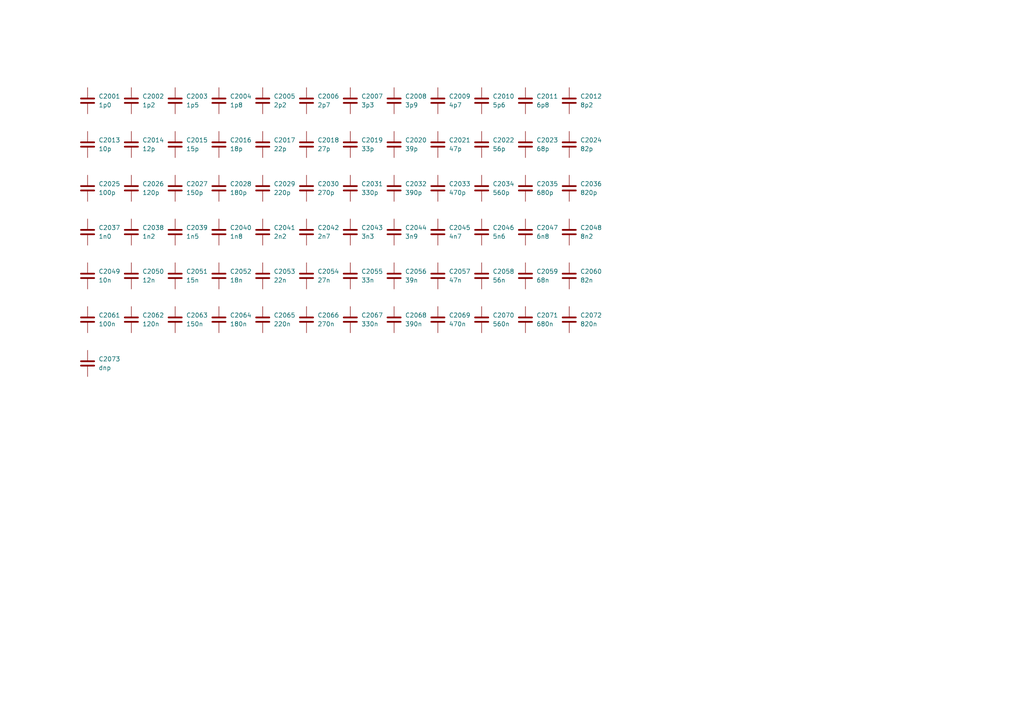
<source format=kicad_sch>
(kicad_sch (version 20250114) (generator "eeschema") (generator_version "9.0")
  (paper "A4")
  (title_block (title "Capacitors") (date "2025-02-13") (rev "1") (comment 1 "-") (comment 2 "-"))
  (lib_symbols
    (symbol "lily_symbols:cap_100n_50V_10%_X7R_0805" (pin_numbers (hide yes)) (pin_names (offset 0) (hide yes))
      (property "Reference" "C" (at 3.175 -2.54 0))
      (property "Value" "100n" (at 3.175 -5.08 0))
      (symbol "cap_100n_50V_10%_X7R_0805_1_1"
        (pin passive line (at 0 0 270) (length 3.175) (name "~") (number "1"))
        (pin passive line (at 0 -7.62 90) (length 3.175) (name "~") (number "2"))
      )
    )
    (symbol "lily_symbols:cap_100p_50V_5%_C0G_0805" (pin_numbers (hide yes)) (pin_names (offset 0) (hide yes))
      (property "Reference" "C" (at 3.175 -2.54 0))
      (property "Value" "100p" (at 3.175 -5.08 0))
      (symbol "cap_100p_50V_5%_C0G_0805_1_1"
        (pin passive line (at 0 0 270) (length 3.175) (name "~") (number "1"))
        (pin passive line (at 0 -7.62 90) (length 3.175) (name "~") (number "2"))
      )
    )
    (symbol "lily_symbols:cap_10n_50V_10%_X7R_0805" (pin_numbers (hide yes)) (pin_names (offset 0) (hide yes))
      (property "Reference" "C" (at 3.175 -2.54 0))
      (property "Value" "10n" (at 3.175 -5.08 0))
      (symbol "cap_10n_50V_10%_X7R_0805_1_1"
        (pin passive line (at 0 0 270) (length 3.175) (name "~") (number "1"))
        (pin passive line (at 0 -7.62 90) (length 3.175) (name "~") (number "2"))
      )
    )
    (symbol "lily_symbols:cap_10p_50V_5%_C0G_0805" (pin_numbers (hide yes)) (pin_names (offset 0) (hide yes))
      (property "Reference" "C" (at 3.175 -2.54 0))
      (property "Value" "10p" (at 3.175 -5.08 0))
      (symbol "cap_10p_50V_5%_C0G_0805_1_1"
        (pin passive line (at 0 0 270) (length 3.175) (name "~") (number "1"))
        (pin passive line (at 0 -7.62 90) (length 3.175) (name "~") (number "2"))
      )
    )
    (symbol "lily_symbols:cap_120n_50V_10%_X7R_0805" (pin_numbers (hide yes)) (pin_names (offset 0) (hide yes))
      (property "Reference" "C" (at 3.175 -2.54 0))
      (property "Value" "120n" (at 3.175 -5.08 0))
      (symbol "cap_120n_50V_10%_X7R_0805_1_1"
        (pin passive line (at 0 0 270) (length 3.175) (name "~") (number "1"))
        (pin passive line (at 0 -7.62 90) (length 3.175) (name "~") (number "2"))
      )
    )
    (symbol "lily_symbols:cap_120p_50V_5%_C0G_0805" (pin_numbers (hide yes)) (pin_names (offset 0) (hide yes))
      (property "Reference" "C" (at 3.175 -2.54 0))
      (property "Value" "120p" (at 3.175 -5.08 0))
      (symbol "cap_120p_50V_5%_C0G_0805_1_1"
        (pin passive line (at 0 0 270) (length 3.175) (name "~") (number "1"))
        (pin passive line (at 0 -7.62 90) (length 3.175) (name "~") (number "2"))
      )
    )
    (symbol "lily_symbols:cap_12n_50V_10%_X7R_0805" (pin_numbers (hide yes)) (pin_names (offset 0) (hide yes))
      (property "Reference" "C" (at 3.175 -2.54 0))
      (property "Value" "12n" (at 3.175 -5.08 0))
      (symbol "cap_12n_50V_10%_X7R_0805_1_1"
        (pin passive line (at 0 0 270) (length 3.175) (name "~") (number "1"))
        (pin passive line (at 0 -7.62 90) (length 3.175) (name "~") (number "2"))
      )
    )
    (symbol "lily_symbols:cap_12p_50V_5%_C0G_0805" (pin_numbers (hide yes)) (pin_names (offset 0) (hide yes))
      (property "Reference" "C" (at 3.175 -2.54 0))
      (property "Value" "12p" (at 3.175 -5.08 0))
      (symbol "cap_12p_50V_5%_C0G_0805_1_1"
        (pin passive line (at 0 0 270) (length 3.175) (name "~") (number "1"))
        (pin passive line (at 0 -7.62 90) (length 3.175) (name "~") (number "2"))
      )
    )
    (symbol "lily_symbols:cap_150n_50V_10%_X7R_0805" (pin_numbers (hide yes)) (pin_names (offset 0) (hide yes))
      (property "Reference" "C" (at 3.175 -2.54 0))
      (property "Value" "150n" (at 3.175 -5.08 0))
      (symbol "cap_150n_50V_10%_X7R_0805_1_1"
        (pin passive line (at 0 0 270) (length 3.175) (name "~") (number "1"))
        (pin passive line (at 0 -7.62 90) (length 3.175) (name "~") (number "2"))
      )
    )
    (symbol "lily_symbols:cap_150p_50V_5%_C0G_0805" (pin_numbers (hide yes)) (pin_names (offset 0) (hide yes))
      (property "Reference" "C" (at 3.175 -2.54 0))
      (property "Value" "150p" (at 3.175 -5.08 0))
      (symbol "cap_150p_50V_5%_C0G_0805_1_1"
        (pin passive line (at 0 0 270) (length 3.175) (name "~") (number "1"))
        (pin passive line (at 0 -7.62 90) (length 3.175) (name "~") (number "2"))
      )
    )
    (symbol "lily_symbols:cap_15n_50V_10%_X7R_0805" (pin_numbers (hide yes)) (pin_names (offset 0) (hide yes))
      (property "Reference" "C" (at 3.175 -2.54 0))
      (property "Value" "15n" (at 3.175 -5.08 0))
      (symbol "cap_15n_50V_10%_X7R_0805_1_1"
        (pin passive line (at 0 0 270) (length 3.175) (name "~") (number "1"))
        (pin passive line (at 0 -7.62 90) (length 3.175) (name "~") (number "2"))
      )
    )
    (symbol "lily_symbols:cap_15p_50V_5%_C0G_0805" (pin_numbers (hide yes)) (pin_names (offset 0) (hide yes))
      (property "Reference" "C" (at 3.175 -2.54 0))
      (property "Value" "15p" (at 3.175 -5.08 0))
      (symbol "cap_15p_50V_5%_C0G_0805_1_1"
        (pin passive line (at 0 0 270) (length 3.175) (name "~") (number "1"))
        (pin passive line (at 0 -7.62 90) (length 3.175) (name "~") (number "2"))
      )
    )
    (symbol "lily_symbols:cap_180n_50V_10%_X7R_0805" (pin_numbers (hide yes)) (pin_names (offset 0) (hide yes))
      (property "Reference" "C" (at 3.175 -2.54 0))
      (property "Value" "180n" (at 3.175 -5.08 0))
      (symbol "cap_180n_50V_10%_X7R_0805_1_1"
        (pin passive line (at 0 0 270) (length 3.175) (name "~") (number "1"))
        (pin passive line (at 0 -7.62 90) (length 3.175) (name "~") (number "2"))
      )
    )
    (symbol "lily_symbols:cap_180p_50V_5%_C0G_0805" (pin_numbers (hide yes)) (pin_names (offset 0) (hide yes))
      (property "Reference" "C" (at 3.175 -2.54 0))
      (property "Value" "180p" (at 3.175 -5.08 0))
      (symbol "cap_180p_50V_5%_C0G_0805_1_1"
        (pin passive line (at 0 0 270) (length 3.175) (name "~") (number "1"))
        (pin passive line (at 0 -7.62 90) (length 3.175) (name "~") (number "2"))
      )
    )
    (symbol "lily_symbols:cap_18n_50V_10%_X7R_0805" (pin_numbers (hide yes)) (pin_names (offset 0) (hide yes))
      (property "Reference" "C" (at 3.175 -2.54 0))
      (property "Value" "18n" (at 3.175 -5.08 0))
      (symbol "cap_18n_50V_10%_X7R_0805_1_1"
        (pin passive line (at 0 0 270) (length 3.175) (name "~") (number "1"))
        (pin passive line (at 0 -7.62 90) (length 3.175) (name "~") (number "2"))
      )
    )
    (symbol "lily_symbols:cap_18p_50V_5%_C0G_0805" (pin_numbers (hide yes)) (pin_names (offset 0) (hide yes))
      (property "Reference" "C" (at 3.175 -2.54 0))
      (property "Value" "18p" (at 3.175 -5.08 0))
      (symbol "cap_18p_50V_5%_C0G_0805_1_1"
        (pin passive line (at 0 0 270) (length 3.175) (name "~") (number "1"))
        (pin passive line (at 0 -7.62 90) (length 3.175) (name "~") (number "2"))
      )
    )
    (symbol "lily_symbols:cap_1n0_50V_10%_X7R_0805" (pin_numbers (hide yes)) (pin_names (offset 0) (hide yes))
      (property "Reference" "C" (at 3.175 -2.54 0))
      (property "Value" "1n0" (at 3.175 -5.08 0))
      (symbol "cap_1n0_50V_10%_X7R_0805_1_1"
        (pin passive line (at 0 0 270) (length 3.175) (name "~") (number "1"))
        (pin passive line (at 0 -7.62 90) (length 3.175) (name "~") (number "2"))
      )
    )
    (symbol "lily_symbols:cap_1n2_50V_10%_X7R_0805" (pin_numbers (hide yes)) (pin_names (offset 0) (hide yes))
      (property "Reference" "C" (at 3.175 -2.54 0))
      (property "Value" "1n2" (at 3.175 -5.08 0))
      (symbol "cap_1n2_50V_10%_X7R_0805_1_1"
        (pin passive line (at 0 0 270) (length 3.175) (name "~") (number "1"))
        (pin passive line (at 0 -7.62 90) (length 3.175) (name "~") (number "2"))
      )
    )
    (symbol "lily_symbols:cap_1n5_50V_10%_X7R_0805" (pin_numbers (hide yes)) (pin_names (offset 0) (hide yes))
      (property "Reference" "C" (at 3.175 -2.54 0))
      (property "Value" "1n5" (at 3.175 -5.08 0))
      (symbol "cap_1n5_50V_10%_X7R_0805_1_1"
        (pin passive line (at 0 0 270) (length 3.175) (name "~") (number "1"))
        (pin passive line (at 0 -7.62 90) (length 3.175) (name "~") (number "2"))
      )
    )
    (symbol "lily_symbols:cap_1n8_50V_10%_X7R_0805" (pin_numbers (hide yes)) (pin_names (offset 0) (hide yes))
      (property "Reference" "C" (at 3.175 -2.54 0))
      (property "Value" "1n8" (at 3.175 -5.08 0))
      (symbol "cap_1n8_50V_10%_X7R_0805_1_1"
        (pin passive line (at 0 0 270) (length 3.175) (name "~") (number "1"))
        (pin passive line (at 0 -7.62 90) (length 3.175) (name "~") (number "2"))
      )
    )
    (symbol "lily_symbols:cap_1p0_50V_5%_C0G_0805" (pin_numbers (hide yes)) (pin_names (offset 0) (hide yes))
      (property "Reference" "C" (at 3.175 -2.54 0))
      (property "Value" "1p0" (at 3.175 -5.08 0))
      (symbol "cap_1p0_50V_5%_C0G_0805_1_1"
        (pin passive line (at 0 0 270) (length 3.175) (name "~") (number "1"))
        (pin passive line (at 0 -7.62 90) (length 3.175) (name "~") (number "2"))
      )
    )
    (symbol "lily_symbols:cap_1p2_50V_5%_C0G_0805" (pin_numbers (hide yes)) (pin_names (offset 0) (hide yes))
      (property "Reference" "C" (at 3.175 -2.54 0))
      (property "Value" "1p2" (at 3.175 -5.08 0))
      (symbol "cap_1p2_50V_5%_C0G_0805_1_1"
        (pin passive line (at 0 0 270) (length 3.175) (name "~") (number "1"))
        (pin passive line (at 0 -7.62 90) (length 3.175) (name "~") (number "2"))
      )
    )
    (symbol "lily_symbols:cap_1p5_50V_5%_C0G_0805" (pin_numbers (hide yes)) (pin_names (offset 0) (hide yes))
      (property "Reference" "C" (at 3.175 -2.54 0))
      (property "Value" "1p5" (at 3.175 -5.08 0))
      (symbol "cap_1p5_50V_5%_C0G_0805_1_1"
        (pin passive line (at 0 0 270) (length 3.175) (name "~") (number "1"))
        (pin passive line (at 0 -7.62 90) (length 3.175) (name "~") (number "2"))
      )
    )
    (symbol "lily_symbols:cap_1p8_50V_5%_C0G_0805" (pin_numbers (hide yes)) (pin_names (offset 0) (hide yes))
      (property "Reference" "C" (at 3.175 -2.54 0))
      (property "Value" "1p8" (at 3.175 -5.08 0))
      (symbol "cap_1p8_50V_5%_C0G_0805_1_1"
        (pin passive line (at 0 0 270) (length 3.175) (name "~") (number "1"))
        (pin passive line (at 0 -7.62 90) (length 3.175) (name "~") (number "2"))
      )
    )
    (symbol "lily_symbols:cap_220n_50V_10%_X7R_0805" (pin_numbers (hide yes)) (pin_names (offset 0) (hide yes))
      (property "Reference" "C" (at 3.175 -2.54 0))
      (property "Value" "220n" (at 3.175 -5.08 0))
      (symbol "cap_220n_50V_10%_X7R_0805_1_1"
        (pin passive line (at 0 0 270) (length 3.175) (name "~") (number "1"))
        (pin passive line (at 0 -7.62 90) (length 3.175) (name "~") (number "2"))
      )
    )
    (symbol "lily_symbols:cap_220p_50V_5%_C0G_0805" (pin_numbers (hide yes)) (pin_names (offset 0) (hide yes))
      (property "Reference" "C" (at 3.175 -2.54 0))
      (property "Value" "220p" (at 3.175 -5.08 0))
      (symbol "cap_220p_50V_5%_C0G_0805_1_1"
        (pin passive line (at 0 0 270) (length 3.175) (name "~") (number "1"))
        (pin passive line (at 0 -7.62 90) (length 3.175) (name "~") (number "2"))
      )
    )
    (symbol "lily_symbols:cap_22n_50V_10%_X7R_0805" (pin_numbers (hide yes)) (pin_names (offset 0) (hide yes))
      (property "Reference" "C" (at 3.175 -2.54 0))
      (property "Value" "22n" (at 3.175 -5.08 0))
      (symbol "cap_22n_50V_10%_X7R_0805_1_1"
        (pin passive line (at 0 0 270) (length 3.175) (name "~") (number "1"))
        (pin passive line (at 0 -7.62 90) (length 3.175) (name "~") (number "2"))
      )
    )
    (symbol "lily_symbols:cap_22p_50V_5%_C0G_0805" (pin_numbers (hide yes)) (pin_names (offset 0) (hide yes))
      (property "Reference" "C" (at 3.175 -2.54 0))
      (property "Value" "22p" (at 3.175 -5.08 0))
      (symbol "cap_22p_50V_5%_C0G_0805_1_1"
        (pin passive line (at 0 0 270) (length 3.175) (name "~") (number "1"))
        (pin passive line (at 0 -7.62 90) (length 3.175) (name "~") (number "2"))
      )
    )
    (symbol "lily_symbols:cap_270n_50V_10%_X7R_0805" (pin_numbers (hide yes)) (pin_names (offset 0) (hide yes))
      (property "Reference" "C" (at 3.175 -2.54 0))
      (property "Value" "270n" (at 3.175 -5.08 0))
      (symbol "cap_270n_50V_10%_X7R_0805_1_1"
        (pin passive line (at 0 0 270) (length 3.175) (name "~") (number "1"))
        (pin passive line (at 0 -7.62 90) (length 3.175) (name "~") (number "2"))
      )
    )
    (symbol "lily_symbols:cap_270p_50V_5%_C0G_0805" (pin_numbers (hide yes)) (pin_names (offset 0) (hide yes))
      (property "Reference" "C" (at 3.175 -2.54 0))
      (property "Value" "270p" (at 3.175 -5.08 0))
      (symbol "cap_270p_50V_5%_C0G_0805_1_1"
        (pin passive line (at 0 0 270) (length 3.175) (name "~") (number "1"))
        (pin passive line (at 0 -7.62 90) (length 3.175) (name "~") (number "2"))
      )
    )
    (symbol "lily_symbols:cap_27n_50V_10%_X7R_0805" (pin_numbers (hide yes)) (pin_names (offset 0) (hide yes))
      (property "Reference" "C" (at 3.175 -2.54 0))
      (property "Value" "27n" (at 3.175 -5.08 0))
      (symbol "cap_27n_50V_10%_X7R_0805_1_1"
        (pin passive line (at 0 0 270) (length 3.175) (name "~") (number "1"))
        (pin passive line (at 0 -7.62 90) (length 3.175) (name "~") (number "2"))
      )
    )
    (symbol "lily_symbols:cap_27p_50V_5%_C0G_0805" (pin_numbers (hide yes)) (pin_names (offset 0) (hide yes))
      (property "Reference" "C" (at 3.175 -2.54 0))
      (property "Value" "27p" (at 3.175 -5.08 0))
      (symbol "cap_27p_50V_5%_C0G_0805_1_1"
        (pin passive line (at 0 0 270) (length 3.175) (name "~") (number "1"))
        (pin passive line (at 0 -7.62 90) (length 3.175) (name "~") (number "2"))
      )
    )
    (symbol "lily_symbols:cap_2n2_50V_10%_X7R_0805" (pin_numbers (hide yes)) (pin_names (offset 0) (hide yes))
      (property "Reference" "C" (at 3.175 -2.54 0))
      (property "Value" "2n2" (at 3.175 -5.08 0))
      (symbol "cap_2n2_50V_10%_X7R_0805_1_1"
        (pin passive line (at 0 0 270) (length 3.175) (name "~") (number "1"))
        (pin passive line (at 0 -7.62 90) (length 3.175) (name "~") (number "2"))
      )
    )
    (symbol "lily_symbols:cap_2n7_50V_10%_X7R_0805" (pin_numbers (hide yes)) (pin_names (offset 0) (hide yes))
      (property "Reference" "C" (at 3.175 -2.54 0))
      (property "Value" "2n7" (at 3.175 -5.08 0))
      (symbol "cap_2n7_50V_10%_X7R_0805_1_1"
        (pin passive line (at 0 0 270) (length 3.175) (name "~") (number "1"))
        (pin passive line (at 0 -7.62 90) (length 3.175) (name "~") (number "2"))
      )
    )
    (symbol "lily_symbols:cap_2p2_50V_5%_C0G_0805" (pin_numbers (hide yes)) (pin_names (offset 0) (hide yes))
      (property "Reference" "C" (at 3.175 -2.54 0))
      (property "Value" "2p2" (at 3.175 -5.08 0))
      (symbol "cap_2p2_50V_5%_C0G_0805_1_1"
        (pin passive line (at 0 0 270) (length 3.175) (name "~") (number "1"))
        (pin passive line (at 0 -7.62 90) (length 3.175) (name "~") (number "2"))
      )
    )
    (symbol "lily_symbols:cap_2p7_50V_5%_C0G_0805" (pin_numbers (hide yes)) (pin_names (offset 0) (hide yes))
      (property "Reference" "C" (at 3.175 -2.54 0))
      (property "Value" "2p7" (at 3.175 -5.08 0))
      (symbol "cap_2p7_50V_5%_C0G_0805_1_1"
        (pin passive line (at 0 0 270) (length 3.175) (name "~") (number "1"))
        (pin passive line (at 0 -7.62 90) (length 3.175) (name "~") (number "2"))
      )
    )
    (symbol "lily_symbols:cap_330n_50V_10%_X7R_0805" (pin_numbers (hide yes)) (pin_names (offset 0) (hide yes))
      (property "Reference" "C" (at 3.175 -2.54 0))
      (property "Value" "330n" (at 3.175 -5.08 0))
      (symbol "cap_330n_50V_10%_X7R_0805_1_1"
        (pin passive line (at 0 0 270) (length 3.175) (name "~") (number "1"))
        (pin passive line (at 0 -7.62 90) (length 3.175) (name "~") (number "2"))
      )
    )
    (symbol "lily_symbols:cap_330p_50V_5%_C0G_0805" (pin_numbers (hide yes)) (pin_names (offset 0) (hide yes))
      (property "Reference" "C" (at 3.175 -2.54 0))
      (property "Value" "330p" (at 3.175 -5.08 0))
      (symbol "cap_330p_50V_5%_C0G_0805_1_1"
        (pin passive line (at 0 0 270) (length 3.175) (name "~") (number "1"))
        (pin passive line (at 0 -7.62 90) (length 3.175) (name "~") (number "2"))
      )
    )
    (symbol "lily_symbols:cap_33n_50V_10%_X7R_0805" (pin_numbers (hide yes)) (pin_names (offset 0) (hide yes))
      (property "Reference" "C" (at 3.175 -2.54 0))
      (property "Value" "33n" (at 3.175 -5.08 0))
      (symbol "cap_33n_50V_10%_X7R_0805_1_1"
        (pin passive line (at 0 0 270) (length 3.175) (name "~") (number "1"))
        (pin passive line (at 0 -7.62 90) (length 3.175) (name "~") (number "2"))
      )
    )
    (symbol "lily_symbols:cap_33p_50V_5%_C0G_0805" (pin_numbers (hide yes)) (pin_names (offset 0) (hide yes))
      (property "Reference" "C" (at 3.175 -2.54 0))
      (property "Value" "33p" (at 3.175 -5.08 0))
      (symbol "cap_33p_50V_5%_C0G_0805_1_1"
        (pin passive line (at 0 0 270) (length 3.175) (name "~") (number "1"))
        (pin passive line (at 0 -7.62 90) (length 3.175) (name "~") (number "2"))
      )
    )
    (symbol "lily_symbols:cap_390n_16V_10%_X7R_0805" (pin_numbers (hide yes)) (pin_names (offset 0) (hide yes))
      (property "Reference" "C" (at 3.175 -2.54 0))
      (property "Value" "390n" (at 3.175 -5.08 0))
      (symbol "cap_390n_16V_10%_X7R_0805_1_1"
        (pin passive line (at 0 0 270) (length 3.175) (name "~") (number "1"))
        (pin passive line (at 0 -7.62 90) (length 3.175) (name "~") (number "2"))
      )
    )
    (symbol "lily_symbols:cap_390p_50V_5%_C0G_0805" (pin_numbers (hide yes)) (pin_names (offset 0) (hide yes))
      (property "Reference" "C" (at 3.175 -2.54 0))
      (property "Value" "390p" (at 3.175 -5.08 0))
      (symbol "cap_390p_50V_5%_C0G_0805_1_1"
        (pin passive line (at 0 0 270) (length 3.175) (name "~") (number "1"))
        (pin passive line (at 0 -7.62 90) (length 3.175) (name "~") (number "2"))
      )
    )
    (symbol "lily_symbols:cap_39n_50V_10%_X7R_0805" (pin_numbers (hide yes)) (pin_names (offset 0) (hide yes))
      (property "Reference" "C" (at 3.175 -2.54 0))
      (property "Value" "39n" (at 3.175 -5.08 0))
      (symbol "cap_39n_50V_10%_X7R_0805_1_1"
        (pin passive line (at 0 0 270) (length 3.175) (name "~") (number "1"))
        (pin passive line (at 0 -7.62 90) (length 3.175) (name "~") (number "2"))
      )
    )
    (symbol "lily_symbols:cap_39p_50V_5%_C0G_0805" (pin_numbers (hide yes)) (pin_names (offset 0) (hide yes))
      (property "Reference" "C" (at 3.175 -2.54 0))
      (property "Value" "39p" (at 3.175 -5.08 0))
      (symbol "cap_39p_50V_5%_C0G_0805_1_1"
        (pin passive line (at 0 0 270) (length 3.175) (name "~") (number "1"))
        (pin passive line (at 0 -7.62 90) (length 3.175) (name "~") (number "2"))
      )
    )
    (symbol "lily_symbols:cap_3n3_50V_10%_X7R_0805" (pin_numbers (hide yes)) (pin_names (offset 0) (hide yes))
      (property "Reference" "C" (at 3.175 -2.54 0))
      (property "Value" "3n3" (at 3.175 -5.08 0))
      (symbol "cap_3n3_50V_10%_X7R_0805_1_1"
        (pin passive line (at 0 0 270) (length 3.175) (name "~") (number "1"))
        (pin passive line (at 0 -7.62 90) (length 3.175) (name "~") (number "2"))
      )
    )
    (symbol "lily_symbols:cap_3n9_50V_10%_X7R_0805" (pin_numbers (hide yes)) (pin_names (offset 0) (hide yes))
      (property "Reference" "C" (at 3.175 -2.54 0))
      (property "Value" "3n9" (at 3.175 -5.08 0))
      (symbol "cap_3n9_50V_10%_X7R_0805_1_1"
        (pin passive line (at 0 0 270) (length 3.175) (name "~") (number "1"))
        (pin passive line (at 0 -7.62 90) (length 3.175) (name "~") (number "2"))
      )
    )
    (symbol "lily_symbols:cap_3p3_50V_5%_C0G_0805" (pin_numbers (hide yes)) (pin_names (offset 0) (hide yes))
      (property "Reference" "C" (at 3.175 -2.54 0))
      (property "Value" "3p3" (at 3.175 -5.08 0))
      (symbol "cap_3p3_50V_5%_C0G_0805_1_1"
        (pin passive line (at 0 0 270) (length 3.175) (name "~") (number "1"))
        (pin passive line (at 0 -7.62 90) (length 3.175) (name "~") (number "2"))
      )
    )
    (symbol "lily_symbols:cap_3p9_50V_5%_C0G_0805" (pin_numbers (hide yes)) (pin_names (offset 0) (hide yes))
      (property "Reference" "C" (at 3.175 -2.54 0))
      (property "Value" "3p9" (at 3.175 -5.08 0))
      (symbol "cap_3p9_50V_5%_C0G_0805_1_1"
        (pin passive line (at 0 0 270) (length 3.175) (name "~") (number "1"))
        (pin passive line (at 0 -7.62 90) (length 3.175) (name "~") (number "2"))
      )
    )
    (symbol "lily_symbols:cap_470n_50V_10%_X7R_0805" (pin_numbers (hide yes)) (pin_names (offset 0) (hide yes))
      (property "Reference" "C" (at 3.175 -2.54 0))
      (property "Value" "470n" (at 3.175 -5.08 0))
      (symbol "cap_470n_50V_10%_X7R_0805_1_1"
        (pin passive line (at 0 0 270) (length 3.175) (name "~") (number "1"))
        (pin passive line (at 0 -7.62 90) (length 3.175) (name "~") (number "2"))
      )
    )
    (symbol "lily_symbols:cap_470p_50V_5%_C0G_0805" (pin_numbers (hide yes)) (pin_names (offset 0) (hide yes))
      (property "Reference" "C" (at 3.175 -2.54 0))
      (property "Value" "470p" (at 3.175 -5.08 0))
      (symbol "cap_470p_50V_5%_C0G_0805_1_1"
        (pin passive line (at 0 0 270) (length 3.175) (name "~") (number "1"))
        (pin passive line (at 0 -7.62 90) (length 3.175) (name "~") (number "2"))
      )
    )
    (symbol "lily_symbols:cap_47n_50V_10%_X7R_0805" (pin_numbers (hide yes)) (pin_names (offset 0) (hide yes))
      (property "Reference" "C" (at 3.175 -2.54 0))
      (property "Value" "47n" (at 3.175 -5.08 0))
      (symbol "cap_47n_50V_10%_X7R_0805_1_1"
        (pin passive line (at 0 0 270) (length 3.175) (name "~") (number "1"))
        (pin passive line (at 0 -7.62 90) (length 3.175) (name "~") (number "2"))
      )
    )
    (symbol "lily_symbols:cap_47p_50V_5%_C0G_0805" (pin_numbers (hide yes)) (pin_names (offset 0) (hide yes))
      (property "Reference" "C" (at 3.175 -2.54 0))
      (property "Value" "47p" (at 3.175 -5.08 0))
      (symbol "cap_47p_50V_5%_C0G_0805_1_1"
        (pin passive line (at 0 0 270) (length 3.175) (name "~") (number "1"))
        (pin passive line (at 0 -7.62 90) (length 3.175) (name "~") (number "2"))
      )
    )
    (symbol "lily_symbols:cap_4n7_50V_10%_X7R_0805" (pin_numbers (hide yes)) (pin_names (offset 0) (hide yes))
      (property "Reference" "C" (at 3.175 -2.54 0))
      (property "Value" "4n7" (at 3.175 -5.08 0))
      (symbol "cap_4n7_50V_10%_X7R_0805_1_1"
        (pin passive line (at 0 0 270) (length 3.175) (name "~") (number "1"))
        (pin passive line (at 0 -7.62 90) (length 3.175) (name "~") (number "2"))
      )
    )
    (symbol "lily_symbols:cap_4p7_50V_5%_C0G_0805" (pin_numbers (hide yes)) (pin_names (offset 0) (hide yes))
      (property "Reference" "C" (at 3.175 -2.54 0))
      (property "Value" "4p7" (at 3.175 -5.08 0))
      (symbol "cap_4p7_50V_5%_C0G_0805_1_1"
        (pin passive line (at 0 0 270) (length 3.175) (name "~") (number "1"))
        (pin passive line (at 0 -7.62 90) (length 3.175) (name "~") (number "2"))
      )
    )
    (symbol "lily_symbols:cap_560n_25V_10%_X7R_0805" (pin_numbers (hide yes)) (pin_names (offset 0) (hide yes))
      (property "Reference" "C" (at 3.175 -2.54 0))
      (property "Value" "560n" (at 3.175 -5.08 0))
      (symbol "cap_560n_25V_10%_X7R_0805_1_1"
        (pin passive line (at 0 0 270) (length 3.175) (name "~") (number "1"))
        (pin passive line (at 0 -7.62 90) (length 3.175) (name "~") (number "2"))
      )
    )
    (symbol "lily_symbols:cap_560p_50V_5%_C0G_0805" (pin_numbers (hide yes)) (pin_names (offset 0) (hide yes))
      (property "Reference" "C" (at 3.175 -2.54 0))
      (property "Value" "560p" (at 3.175 -5.08 0))
      (symbol "cap_560p_50V_5%_C0G_0805_1_1"
        (pin passive line (at 0 0 270) (length 3.175) (name "~") (number "1"))
        (pin passive line (at 0 -7.62 90) (length 3.175) (name "~") (number "2"))
      )
    )
    (symbol "lily_symbols:cap_56n_50V_10%_X7R_0805" (pin_numbers (hide yes)) (pin_names (offset 0) (hide yes))
      (property "Reference" "C" (at 3.175 -2.54 0))
      (property "Value" "56n" (at 3.175 -5.08 0))
      (symbol "cap_56n_50V_10%_X7R_0805_1_1"
        (pin passive line (at 0 0 270) (length 3.175) (name "~") (number "1"))
        (pin passive line (at 0 -7.62 90) (length 3.175) (name "~") (number "2"))
      )
    )
    (symbol "lily_symbols:cap_56p_50V_5%_C0G_0805" (pin_numbers (hide yes)) (pin_names (offset 0) (hide yes))
      (property "Reference" "C" (at 3.175 -2.54 0))
      (property "Value" "56p" (at 3.175 -5.08 0))
      (symbol "cap_56p_50V_5%_C0G_0805_1_1"
        (pin passive line (at 0 0 270) (length 3.175) (name "~") (number "1"))
        (pin passive line (at 0 -7.62 90) (length 3.175) (name "~") (number "2"))
      )
    )
    (symbol "lily_symbols:cap_5n6_50V_10%_X7R_0805" (pin_numbers (hide yes)) (pin_names (offset 0) (hide yes))
      (property "Reference" "C" (at 3.175 -2.54 0))
      (property "Value" "5n6" (at 3.175 -5.08 0))
      (symbol "cap_5n6_50V_10%_X7R_0805_1_1"
        (pin passive line (at 0 0 270) (length 3.175) (name "~") (number "1"))
        (pin passive line (at 0 -7.62 90) (length 3.175) (name "~") (number "2"))
      )
    )
    (symbol "lily_symbols:cap_5p6_50V_5%_C0G_0805" (pin_numbers (hide yes)) (pin_names (offset 0) (hide yes))
      (property "Reference" "C" (at 3.175 -2.54 0))
      (property "Value" "5p6" (at 3.175 -5.08 0))
      (symbol "cap_5p6_50V_5%_C0G_0805_1_1"
        (pin passive line (at 0 0 270) (length 3.175) (name "~") (number "1"))
        (pin passive line (at 0 -7.62 90) (length 3.175) (name "~") (number "2"))
      )
    )
    (symbol "lily_symbols:cap_680n_50V_10%_X7R_0805" (pin_numbers (hide yes)) (pin_names (offset 0) (hide yes))
      (property "Reference" "C" (at 3.175 -2.54 0))
      (property "Value" "680n" (at 3.175 -5.08 0))
      (symbol "cap_680n_50V_10%_X7R_0805_1_1"
        (pin passive line (at 0 0 270) (length 3.175) (name "~") (number "1"))
        (pin passive line (at 0 -7.62 90) (length 3.175) (name "~") (number "2"))
      )
    )
    (symbol "lily_symbols:cap_680p_50V_5%_C0G_0805" (pin_numbers (hide yes)) (pin_names (offset 0) (hide yes))
      (property "Reference" "C" (at 3.175 -2.54 0))
      (property "Value" "680p" (at 3.175 -5.08 0))
      (symbol "cap_680p_50V_5%_C0G_0805_1_1"
        (pin passive line (at 0 0 270) (length 3.175) (name "~") (number "1"))
        (pin passive line (at 0 -7.62 90) (length 3.175) (name "~") (number "2"))
      )
    )
    (symbol "lily_symbols:cap_68n_50V_10%_X7R_0805" (pin_numbers (hide yes)) (pin_names (offset 0) (hide yes))
      (property "Reference" "C" (at 3.175 -2.54 0))
      (property "Value" "68n" (at 3.175 -5.08 0))
      (symbol "cap_68n_50V_10%_X7R_0805_1_1"
        (pin passive line (at 0 0 270) (length 3.175) (name "~") (number "1"))
        (pin passive line (at 0 -7.62 90) (length 3.175) (name "~") (number "2"))
      )
    )
    (symbol "lily_symbols:cap_68p_50V_5%_C0G_0805" (pin_numbers (hide yes)) (pin_names (offset 0) (hide yes))
      (property "Reference" "C" (at 3.175 -2.54 0))
      (property "Value" "68p" (at 3.175 -5.08 0))
      (symbol "cap_68p_50V_5%_C0G_0805_1_1"
        (pin passive line (at 0 0 270) (length 3.175) (name "~") (number "1"))
        (pin passive line (at 0 -7.62 90) (length 3.175) (name "~") (number "2"))
      )
    )
    (symbol "lily_symbols:cap_6n8_50V_10%_X7R_0805" (pin_numbers (hide yes)) (pin_names (offset 0) (hide yes))
      (property "Reference" "C" (at 3.175 -2.54 0))
      (property "Value" "6n8" (at 3.175 -5.08 0))
      (symbol "cap_6n8_50V_10%_X7R_0805_1_1"
        (pin passive line (at 0 0 270) (length 3.175) (name "~") (number "1"))
        (pin passive line (at 0 -7.62 90) (length 3.175) (name "~") (number "2"))
      )
    )
    (symbol "lily_symbols:cap_6p8_50V_5%_C0G_0805" (pin_numbers (hide yes)) (pin_names (offset 0) (hide yes))
      (property "Reference" "C" (at 3.175 -2.54 0))
      (property "Value" "6p8" (at 3.175 -5.08 0))
      (symbol "cap_6p8_50V_5%_C0G_0805_1_1"
        (pin passive line (at 0 0 270) (length 3.175) (name "~") (number "1"))
        (pin passive line (at 0 -7.62 90) (length 3.175) (name "~") (number "2"))
      )
    )
    (symbol "lily_symbols:cap_820n_16V_10%_X7R_0805" (pin_numbers (hide yes)) (pin_names (offset 0) (hide yes))
      (property "Reference" "C" (at 3.175 -2.54 0))
      (property "Value" "820n" (at 3.175 -5.08 0))
      (symbol "cap_820n_16V_10%_X7R_0805_1_1"
        (pin passive line (at 0 0 270) (length 3.175) (name "~") (number "1"))
        (pin passive line (at 0 -7.62 90) (length 3.175) (name "~") (number "2"))
      )
    )
    (symbol "lily_symbols:cap_820p_50V_5%_C0G_0805" (pin_numbers (hide yes)) (pin_names (offset 0) (hide yes))
      (property "Reference" "C" (at 3.175 -2.54 0))
      (property "Value" "820p" (at 3.175 -5.08 0))
      (symbol "cap_820p_50V_5%_C0G_0805_1_1"
        (pin passive line (at 0 0 270) (length 3.175) (name "~") (number "1"))
        (pin passive line (at 0 -7.62 90) (length 3.175) (name "~") (number "2"))
      )
    )
    (symbol "lily_symbols:cap_82n_50V_10%_X7R_0805" (pin_numbers (hide yes)) (pin_names (offset 0) (hide yes))
      (property "Reference" "C" (at 3.175 -2.54 0))
      (property "Value" "82n" (at 3.175 -5.08 0))
      (symbol "cap_82n_50V_10%_X7R_0805_1_1"
        (pin passive line (at 0 0 270) (length 3.175) (name "~") (number "1"))
        (pin passive line (at 0 -7.62 90) (length 3.175) (name "~") (number "2"))
      )
    )
    (symbol "lily_symbols:cap_82p_50V_5%_C0G_0805" (pin_numbers (hide yes)) (pin_names (offset 0) (hide yes))
      (property "Reference" "C" (at 3.175 -2.54 0))
      (property "Value" "82p" (at 3.175 -5.08 0))
      (symbol "cap_82p_50V_5%_C0G_0805_1_1"
        (pin passive line (at 0 0 270) (length 3.175) (name "~") (number "1"))
        (pin passive line (at 0 -7.62 90) (length 3.175) (name "~") (number "2"))
      )
    )
    (symbol "lily_symbols:cap_8n2_50V_10%_X7R_0805" (pin_numbers (hide yes)) (pin_names (offset 0) (hide yes))
      (property "Reference" "C" (at 3.175 -2.54 0))
      (property "Value" "8n2" (at 3.175 -5.08 0))
      (symbol "cap_8n2_50V_10%_X7R_0805_1_1"
        (pin passive line (at 0 0 270) (length 3.175) (name "~") (number "1"))
        (pin passive line (at 0 -7.62 90) (length 3.175) (name "~") (number "2"))
      )
    )
    (symbol "lily_symbols:cap_8p2_50V_5%_C0G_0805" (pin_numbers (hide yes)) (pin_names (offset 0) (hide yes))
      (property "Reference" "C" (at 3.175 -2.54 0))
      (property "Value" "8p2" (at 3.175 -5.08 0))
      (symbol "cap_8p2_50V_5%_C0G_0805_1_1"
        (pin passive line (at 0 0 270) (length 3.175) (name "~") (number "1"))
        (pin passive line (at 0 -7.62 90) (length 3.175) (name "~") (number "2"))
      )
    )
    (symbol "lily_symbols:cap_do_not_populate_0805" (pin_numbers (hide yes)) (pin_names (offset 0) (hide yes))
      (property "Reference" "C" (at 3.175 -2.54 0))
      (property "Value" "dnp" (at 3.175 -5.08 0))
      (symbol "cap_do_not_populate_0805_1_1"
        (pin passive line (at 0 0 270) (length 3.175) (name "~") (number "1"))
        (pin passive line (at 0 -7.62 90) (length 3.175) (name "~") (number "2"))
      )
    )
  )
  (symbol (lib_id "lily_symbols:cap_27n_50V_10%_X7R_0805") (at 88.9 76.2 0) (unit 1)
    (property "Reference" "C2054" (at 92.075 78.74 0) (effects (justify left)))
    (property "Value" "27n" (at 92.075 81.28 0) (effects (justify left)))
    (property "Footprint" "lily_footprints:cap_0805" (effects (hide yes)))
    (property "Revision" "1" (effects (hide yes)))
    (property "Status" "Active" (effects (hide yes)))
    (property "Manufacturer" "YAGEO" (effects (hide yes)))
    (property "Manufacturer_ID" "CC0805JRX7R9BB273" (effects (hide yes)))
    (property "Lily_ID" "1912-12704" (effects (hide yes)))
    (property "JLCPCB_ID" "C520042" (effects (hide yes)))
    (property "JLCPCB_STATUS" "Extended" (effects (hide yes)))
  )
  (symbol (lib_id "lily_symbols:cap_100p_50V_5%_C0G_0805") (at 25.4 50.8 0) (unit 1)
    (property "Reference" "C2025" (at 28.575 53.34 0) (effects (justify left)))
    (property "Value" "100p" (at 28.575 55.88 0) (effects (justify left)))
    (property "Footprint" "lily_footprints:cap_0805" (effects (hide yes)))
    (property "Revision" "1" (effects (hide yes)))
    (property "Status" "Active" (effects (hide yes)))
    (property "Manufacturer" "Samsung Electro-Mechanics " (effects (hide yes)))
    (property "Manufacturer_ID" "CL21C101JBANNNC" (effects (hide yes)))
    (property "Lily_ID" "1912-31002" (effects (hide yes)))
    (property "JLCPCB_ID" "C1790" (effects (hide yes)))
    (property "JLCPCB_STATUS" "Basic" (effects (hide yes)))
  )
  (symbol (lib_id "lily_symbols:cap_27p_50V_5%_C0G_0805") (at 88.9 38.1 0) (unit 1)
    (property "Reference" "C2018" (at 92.075 40.64 0) (effects (justify left)))
    (property "Value" "27p" (at 92.075 43.18 0) (effects (justify left)))
    (property "Footprint" "lily_footprints:cap_0805" (effects (hide yes)))
    (property "Revision" "1" (effects (hide yes)))
    (property "Status" "Active" (effects (hide yes)))
    (property "Manufacturer" "Guangdong Fenghua Advanced Tech" (effects (hide yes)))
    (property "Manufacturer_ID" "0805CG270J500NT" (effects (hide yes)))
    (property "Lily_ID" "1912-32701" (effects (hide yes)))
    (property "JLCPCB_ID" "C1808" (effects (hide yes)))
    (property "JLCPCB_STATUS" "Extended" (effects (hide yes)))
  )
  (symbol (lib_id "lily_symbols:cap_470n_50V_10%_X7R_0805") (at 127 88.9 0) (unit 1)
    (property "Reference" "C2069" (at 130.175 91.44 0) (effects (justify left)))
    (property "Value" "470n" (at 130.175 93.98 0) (effects (justify left)))
    (property "Footprint" "lily_footprints:cap_0805" (effects (hide yes)))
    (property "Revision" "1" (effects (hide yes)))
    (property "Status" "Active" (effects (hide yes)))
    (property "Manufacturer" "Samsung Electro-Mechanics" (effects (hide yes)))
    (property "Manufacturer_ID" "CL21B474KBFNNNE" (effects (hide yes)))
    (property "Lily_ID" "1912-14705" (effects (hide yes)))
    (property "JLCPCB_ID" "C13967" (effects (hide yes)))
    (property "JLCPCB_STATUS" "Basic" (effects (hide yes)))
  )
  (symbol (lib_id "lily_symbols:cap_68p_50V_5%_C0G_0805") (at 152.4 38.1 0) (unit 1)
    (property "Reference" "C2023" (at 155.575 40.64 0) (effects (justify left)))
    (property "Value" "68p" (at 155.575 43.18 0) (effects (justify left)))
    (property "Footprint" "lily_footprints:cap_0805" (effects (hide yes)))
    (property "Revision" "1" (effects (hide yes)))
    (property "Status" "Active" (effects (hide yes)))
    (property "Manufacturer" "Guangdong Fenghua Advanced Tech" (effects (hide yes)))
    (property "Manufacturer_ID" "0805CG680J500NT" (effects (hide yes)))
    (property "Lily_ID" "1912-36801" (effects (hide yes)))
    (property "JLCPCB_ID" "C1834" (effects (hide yes)))
    (property "JLCPCB_STATUS" "Extended" (effects (hide yes)))
  )
  (symbol (lib_id "lily_symbols:cap_8p2_50V_5%_C0G_0805") (at 165.1 25.4 0) (unit 1)
    (property "Reference" "C2012" (at 168.275 27.94 0) (effects (justify left)))
    (property "Value" "8p2" (at 168.275 30.48 0) (effects (justify left)))
    (property "Footprint" "lily_footprints:cap_0805" (effects (hide yes)))
    (property "Revision" "1" (effects (hide yes)))
    (property "Status" "Active" (effects (hide yes)))
    (property "Manufacturer" "Guangdong Fenghua Advanced Tech" (effects (hide yes)))
    (property "Manufacturer_ID" "0805CG8R2C500NT" (effects (hide yes)))
    (property "Lily_ID" "1912-38200" (effects (hide yes)))
    (property "JLCPCB_ID" "C1840" (effects (hide yes)))
    (property "JLCPCB_STATUS" "Extended" (effects (hide yes)))
  )
  (symbol (lib_id "lily_symbols:cap_1p8_50V_5%_C0G_0805") (at 63.5 25.4 0) (unit 1)
    (property "Reference" "C2004" (at 66.675 27.94 0) (effects (justify left)))
    (property "Value" "1p8" (at 66.675 30.48 0) (effects (justify left)))
    (property "Footprint" "lily_footprints:cap_0805" (effects (hide yes)))
    (property "Revision" "1" (effects (hide yes)))
    (property "Status" "Active" (effects (hide yes)))
    (property "Manufacturer" "Prosperity Dielectrics" (effects (hide yes)))
    (property "Manufacturer_ID" "FN21N1R8C500PAG" (effects (hide yes)))
    (property "Lily_ID" "1912-31800" (effects (hide yes)))
    (property "JLCPCB_ID" "C565581" (effects (hide yes)))
    (property "JLCPCB_STATUS" "Extended" (effects (hide yes)))
  )
  (symbol (lib_id "lily_symbols:cap_39n_50V_10%_X7R_0805") (at 114.3 76.2 0) (unit 1)
    (property "Reference" "C2056" (at 117.475 78.74 0) (effects (justify left)))
    (property "Value" "39n" (at 117.475 81.28 0) (effects (justify left)))
    (property "Footprint" "lily_footprints:cap_0805" (effects (hide yes)))
    (property "Revision" "1" (effects (hide yes)))
    (property "Status" "Active" (effects (hide yes)))
    (property "Manufacturer" "Guangdong Fenghua Advanced Tech" (effects (hide yes)))
    (property "Manufacturer_ID" "0805B393K500NT" (effects (hide yes)))
    (property "Lily_ID" "1912-13904" (effects (hide yes)))
    (property "JLCPCB_ID" "C39760" (effects (hide yes)))
    (property "JLCPCB_STATUS" "Extended" (effects (hide yes)))
  )
  (symbol (lib_id "lily_symbols:cap_39p_50V_5%_C0G_0805") (at 114.3 38.1 0) (unit 1)
    (property "Reference" "C2020" (at 117.475 40.64 0) (effects (justify left)))
    (property "Value" "39p" (at 117.475 43.18 0) (effects (justify left)))
    (property "Footprint" "lily_footprints:cap_0805" (effects (hide yes)))
    (property "Revision" "1" (effects (hide yes)))
    (property "Status" "Active" (effects (hide yes)))
    (property "Manufacturer" "Guangdong Fenghua Advanced Tech" (effects (hide yes)))
    (property "Manufacturer_ID" "0805CG390J500NT" (effects (hide yes)))
    (property "Lily_ID" "1912-33901" (effects (hide yes)))
    (property "JLCPCB_ID" "C1817" (effects (hide yes)))
    (property "JLCPCB_STATUS" "Extended" (effects (hide yes)))
  )
  (symbol (lib_id "lily_symbols:cap_3p9_50V_5%_C0G_0805") (at 114.3 25.4 0) (unit 1)
    (property "Reference" "C2008" (at 117.475 27.94 0) (effects (justify left)))
    (property "Value" "3p9" (at 117.475 30.48 0) (effects (justify left)))
    (property "Footprint" "lily_footprints:cap_0805" (effects (hide yes)))
    (property "Revision" "1" (effects (hide yes)))
    (property "Status" "Active" (effects (hide yes)))
    (property "Manufacturer" "Guangdong Fenghua Advanced Tech" (effects (hide yes)))
    (property "Manufacturer_ID" "0805CG3R9C500NT" (effects (hide yes)))
    (property "Lily_ID" "1912-33900" (effects (hide yes)))
    (property "JLCPCB_ID" "C1813" (effects (hide yes)))
    (property "JLCPCB_STATUS" "Extended" (effects (hide yes)))
  )
  (symbol (lib_id "lily_symbols:cap_10p_50V_5%_C0G_0805") (at 25.4 38.1 0) (unit 1)
    (property "Reference" "C2013" (at 28.575 40.64 0) (effects (justify left)))
    (property "Value" "10p" (at 28.575 43.18 0) (effects (justify left)))
    (property "Footprint" "lily_footprints:cap_0805" (effects (hide yes)))
    (property "Revision" "1" (effects (hide yes)))
    (property "Status" "Active" (effects (hide yes)))
    (property "Manufacturer" "Guangdong Fenghua Advanced Tech" (effects (hide yes)))
    (property "Manufacturer_ID" "0805CG100J500NT" (effects (hide yes)))
    (property "Lily_ID" "1912-31001" (effects (hide yes)))
    (property "JLCPCB_ID" "C157608" (effects (hide yes)))
    (property "JLCPCB_STATUS" "Extended" (effects (hide yes)))
  )
  (symbol (lib_id "lily_symbols:cap_1p2_50V_5%_C0G_0805") (at 38.1 25.4 0) (unit 1)
    (property "Reference" "C2002" (at 41.275 27.94 0) (effects (justify left)))
    (property "Value" "1p2" (at 41.275 30.48 0) (effects (justify left)))
    (property "Footprint" "lily_footprints:cap_0805" (effects (hide yes)))
    (property "Revision" "1" (effects (hide yes)))
    (property "Status" "Active" (effects (hide yes)))
    (property "Manufacturer" "Guangdong Fenghua Advanced Tech" (effects (hide yes)))
    (property "Manufacturer_ID" "0805CG1R2C500NT" (effects (hide yes)))
    (property "Lily_ID" "1912-31200" (effects (hide yes)))
    (property "JLCPCB_ID" "C1787" (effects (hide yes)))
    (property "JLCPCB_STATUS" "Extended" (effects (hide yes)))
  )
  (symbol (lib_id "lily_symbols:cap_12n_50V_10%_X7R_0805") (at 38.1 76.2 0) (unit 1)
    (property "Reference" "C2050" (at 41.275 78.74 0) (effects (justify left)))
    (property "Value" "12n" (at 41.275 81.28 0) (effects (justify left)))
    (property "Footprint" "lily_footprints:cap_0805" (effects (hide yes)))
    (property "Revision" "1" (effects (hide yes)))
    (property "Status" "Active" (effects (hide yes)))
    (property "Manufacturer" "YAGEO" (effects (hide yes)))
    (property "Manufacturer_ID" "CC0805JRX7R9BB123" (effects (hide yes)))
    (property "Lily_ID" "1912-11204" (effects (hide yes)))
    (property "JLCPCB_ID" "C520031" (effects (hide yes)))
    (property "JLCPCB_STATUS" "Extended" (effects (hide yes)))
  )
  (symbol (lib_id "lily_symbols:cap_2p2_50V_5%_C0G_0805") (at 76.2 25.4 0) (unit 1)
    (property "Reference" "C2005" (at 79.375 27.94 0) (effects (justify left)))
    (property "Value" "2p2" (at 79.375 30.48 0) (effects (justify left)))
    (property "Footprint" "lily_footprints:cap_0805" (effects (hide yes)))
    (property "Revision" "1" (effects (hide yes)))
    (property "Status" "Active" (effects (hide yes)))
    (property "Manufacturer" "Guangdong Fenghua Advanced Tech" (effects (hide yes)))
    (property "Manufacturer_ID" "0805CG2R2C500NT" (effects (hide yes)))
    (property "Lily_ID" "1912-32200" (effects (hide yes)))
    (property "JLCPCB_ID" "C1801" (effects (hide yes)))
    (property "JLCPCB_STATUS" "Extended" (effects (hide yes)))
  )
  (symbol (lib_id "lily_symbols:cap_220n_50V_10%_X7R_0805") (at 76.2 88.9 0) (unit 1)
    (property "Reference" "C2065" (at 79.375 91.44 0) (effects (justify left)))
    (property "Value" "220n" (at 79.375 93.98 0) (effects (justify left)))
    (property "Footprint" "lily_footprints:cap_0805" (effects (hide yes)))
    (property "Revision" "1" (effects (hide yes)))
    (property "Status" "Active" (effects (hide yes)))
    (property "Manufacturer" "Samsung Electro-Mechanics " (effects (hide yes)))
    (property "Manufacturer_ID" "CL21B224KBFNNNE" (effects (hide yes)))
    (property "Lily_ID" "1912-12205" (effects (hide yes)))
    (property "JLCPCB_ID" "C5378" (effects (hide yes)))
    (property "JLCPCB_STATUS" "Basic" (effects (hide yes)))
  )
  (symbol (lib_id "lily_symbols:cap_82p_50V_5%_C0G_0805") (at 165.1 38.1 0) (unit 1)
    (property "Reference" "C2024" (at 168.275 40.64 0) (effects (justify left)))
    (property "Value" "82p" (at 168.275 43.18 0) (effects (justify left)))
    (property "Footprint" "lily_footprints:cap_0805" (effects (hide yes)))
    (property "Revision" "1" (effects (hide yes)))
    (property "Status" "Active" (effects (hide yes)))
    (property "Manufacturer" "Guangdong Fenghua Advanced Tech" (effects (hide yes)))
    (property "Manufacturer_ID" "0805CG820J500NT" (effects (hide yes)))
    (property "Lily_ID" "1912-38201" (effects (hide yes)))
    (property "JLCPCB_ID" "C1841" (effects (hide yes)))
    (property "JLCPCB_STATUS" "Extended" (effects (hide yes)))
  )
  (symbol (lib_id "lily_symbols:cap_1n0_50V_10%_X7R_0805") (at 25.4 63.5 0) (unit 1)
    (property "Reference" "C2037" (at 28.575 66.04 0) (effects (justify left)))
    (property "Value" "1n0" (at 28.575 68.58 0) (effects (justify left)))
    (property "Footprint" "lily_footprints:cap_0805" (effects (hide yes)))
    (property "Revision" "1" (effects (hide yes)))
    (property "Status" "Active" (effects (hide yes)))
    (property "Manufacturer" "Samsung Electro-Mechanics" (effects (hide yes)))
    (property "Manufacturer_ID" "CL21B102KBCNNNC" (effects (hide yes)))
    (property "Lily_ID" "1912-11003" (effects (hide yes)))
    (property "JLCPCB_ID" "C46653" (effects (hide yes)))
    (property "JLCPCB_STATUS" "Basic" (effects (hide yes)))
  )
  (symbol (lib_id "lily_symbols:cap_390p_50V_5%_C0G_0805") (at 114.3 50.8 0) (unit 1)
    (property "Reference" "C2032" (at 117.475 53.34 0) (effects (justify left)))
    (property "Value" "390p" (at 117.475 55.88 0) (effects (justify left)))
    (property "Footprint" "lily_footprints:cap_0805" (effects (hide yes)))
    (property "Revision" "1" (effects (hide yes)))
    (property "Status" "Active" (effects (hide yes)))
    (property "Manufacturer" "YAGEO" (effects (hide yes)))
    (property "Manufacturer_ID" "CC0805JRNPO9BN391" (effects (hide yes)))
    (property "Lily_ID" "1912-33902" (effects (hide yes)))
    (property "JLCPCB_ID" "C519975" (effects (hide yes)))
    (property "JLCPCB_STATUS" "Extended" (effects (hide yes)))
  )
  (symbol (lib_id "lily_symbols:cap_820n_16V_10%_X7R_0805") (at 165.1 88.9 0) (unit 1)
    (property "Reference" "C2072" (at 168.275 91.44 0) (effects (justify left)))
    (property "Value" "820n" (at 168.275 93.98 0) (effects (justify left)))
    (property "Footprint" "lily_footprints:cap_0805" (effects (hide yes)))
    (property "Revision" "1" (effects (hide yes)))
    (property "Status" "Active" (effects (hide yes)))
    (property "Manufacturer" "YAGEO" (effects (hide yes)))
    (property "Manufacturer_ID" "CC0805KKX7R7BB824" (effects (hide yes)))
    (property "Lily_ID" "1912-18205" (effects (hide yes)))
    (property "JLCPCB_ID" "C5185459" (effects (hide yes)))
    (property "JLCPCB_STATUS" "Extended" (effects (hide yes)))
    (property "Notes" "No 50V stock item available at JLCPCB (20240422)" (effects (hide yes)))
  )
  (symbol (lib_id "lily_symbols:cap_1p0_50V_5%_C0G_0805") (at 25.4 25.4 0) (unit 1)
    (property "Reference" "C2001" (at 28.575 27.94 0) (effects (justify left)))
    (property "Value" "1p0" (at 28.575 30.48 0) (effects (justify left)))
    (property "Footprint" "lily_footprints:cap_0805" (effects (hide yes)))
    (property "Revision" "1" (effects (hide yes)))
    (property "Status" "Active" (effects (hide yes)))
    (property "Manufacturer" "Guangdong Fenghua Advanced Tech" (effects (hide yes)))
    (property "Manufacturer_ID" "0805CG1R0C500NT" (effects (hide yes)))
    (property "Lily_ID" "1912-31000" (effects (hide yes)))
    (property "JLCPCB_ID" "C1786" (effects (hide yes)))
    (property "JLCPCB_STATUS" "Extended" (effects (hide yes)))
  )
  (symbol (lib_id "lily_symbols:cap_180p_50V_5%_C0G_0805") (at 63.5 50.8 0) (unit 1)
    (property "Reference" "C2028" (at 66.675 53.34 0) (effects (justify left)))
    (property "Value" "180p" (at 66.675 55.88 0) (effects (justify left)))
    (property "Footprint" "lily_footprints:cap_0805" (effects (hide yes)))
    (property "Revision" "1" (effects (hide yes)))
    (property "Status" "Active" (effects (hide yes)))
    (property "Manufacturer" "YAGEO" (effects (hide yes)))
    (property "Manufacturer_ID" "CC0805JRNPO0BN181" (effects (hide yes)))
    (property "Lily_ID" "1912-31802" (effects (hide yes)))
    (property "JLCPCB_ID" "C527205" (effects (hide yes)))
    (property "JLCPCB_STATUS" "Extended" (effects (hide yes)))
  )
  (symbol (lib_id "lily_symbols:cap_6p8_50V_5%_C0G_0805") (at 152.4 25.4 0) (unit 1)
    (property "Reference" "C2011" (at 155.575 27.94 0) (effects (justify left)))
    (property "Value" "6p8" (at 155.575 30.48 0) (effects (justify left)))
    (property "Footprint" "lily_footprints:cap_0805" (effects (hide yes)))
    (property "Revision" "1" (effects (hide yes)))
    (property "Status" "Active" (effects (hide yes)))
    (property "Manufacturer" "Guangdong Fenghua Advanced Tech" (effects (hide yes)))
    (property "Manufacturer_ID" "0805CG6R8C500NT" (effects (hide yes)))
    (property "Lily_ID" "1912-36800" (effects (hide yes)))
    (property "JLCPCB_ID" "C1832" (effects (hide yes)))
    (property "JLCPCB_STATUS" "Extended" (effects (hide yes)))
  )
  (symbol (lib_id "lily_symbols:cap_22p_50V_5%_C0G_0805") (at 76.2 38.1 0) (unit 1)
    (property "Reference" "C2017" (at 79.375 40.64 0) (effects (justify left)))
    (property "Value" "22p" (at 79.375 43.18 0) (effects (justify left)))
    (property "Footprint" "lily_footprints:cap_0805" (effects (hide yes)))
    (property "Revision" "1" (effects (hide yes)))
    (property "Status" "Active" (effects (hide yes)))
    (property "Manufacturer" "Samsung Electro-Mechanics " (effects (hide yes)))
    (property "Manufacturer_ID" "CL21C220JBANNNC" (effects (hide yes)))
    (property "Lily_ID" "1912-32201" (effects (hide yes)))
    (property "JLCPCB_ID" "C1804" (effects (hide yes)))
    (property "JLCPCB_STATUS" "Basic" (effects (hide yes)))
  )
  (symbol (lib_id "lily_symbols:cap_47p_50V_5%_C0G_0805") (at 127 38.1 0) (unit 1)
    (property "Reference" "C2021" (at 130.175 40.64 0) (effects (justify left)))
    (property "Value" "47p" (at 130.175 43.18 0) (effects (justify left)))
    (property "Footprint" "lily_footprints:cap_0805" (effects (hide yes)))
    (property "Revision" "1" (effects (hide yes)))
    (property "Status" "Active" (effects (hide yes)))
    (property "Manufacturer" "Guangdong Fenghua Advanced Tech" (effects (hide yes)))
    (property "Manufacturer_ID" "0805CG470J500NT" (effects (hide yes)))
    (property "Lily_ID" "1912-34701" (effects (hide yes)))
    (property "JLCPCB_ID" "C24659" (effects (hide yes)))
    (property "JLCPCB_STATUS" "Extended" (effects (hide yes)))
  )
  (symbol (lib_id "lily_symbols:cap_270n_50V_10%_X7R_0805") (at 88.9 88.9 0) (unit 1)
    (property "Reference" "C2066" (at 92.075 91.44 0) (effects (justify left)))
    (property "Value" "270n" (at 92.075 93.98 0) (effects (justify left)))
    (property "Footprint" "lily_footprints:cap_0805" (effects (hide yes)))
    (property "Revision" "1" (effects (hide yes)))
    (property "Status" "Active" (effects (hide yes)))
    (property "Manufacturer" "CCTC" (effects (hide yes)))
    (property "Manufacturer_ID" "TCC0805X7R274K500DT" (effects (hide yes)))
    (property "Lily_ID" "1912-12705" (effects (hide yes)))
    (property "JLCPCB_ID" "C376968" (effects (hide yes)))
    (property "JLCPCB_STATUS" "Extended" (effects (hide yes)))
  )
  (symbol (lib_id "lily_symbols:cap_56n_50V_10%_X7R_0805") (at 139.7 76.2 0) (unit 1)
    (property "Reference" "C2058" (at 142.875 78.74 0) (effects (justify left)))
    (property "Value" "56n" (at 142.875 81.28 0) (effects (justify left)))
    (property "Footprint" "lily_footprints:cap_0805" (effects (hide yes)))
    (property "Revision" "1" (effects (hide yes)))
    (property "Status" "Active" (effects (hide yes)))
    (property "Manufacturer" "Walsin Tech Corp" (effects (hide yes)))
    (property "Manufacturer_ID" "0805B563K500CT" (effects (hide yes)))
    (property "Lily_ID" "1912-15604" (effects (hide yes)))
    (property "JLCPCB_ID" "C123626" (effects (hide yes)))
    (property "JLCPCB_STATUS" "Extended" (effects (hide yes)))
  )
  (symbol (lib_id "lily_symbols:cap_2p7_50V_5%_C0G_0805") (at 88.9 25.4 0) (unit 1)
    (property "Reference" "C2006" (at 92.075 27.94 0) (effects (justify left)))
    (property "Value" "2p7" (at 92.075 30.48 0) (effects (justify left)))
    (property "Footprint" "lily_footprints:cap_0805" (effects (hide yes)))
    (property "Revision" "1" (effects (hide yes)))
    (property "Status" "Active" (effects (hide yes)))
    (property "Manufacturer" "Guangdong Fenghua Advanced Tech" (effects (hide yes)))
    (property "Manufacturer_ID" "0805CG2R7C500NT" (effects (hide yes)))
    (property "Lily_ID" "1912-32700" (effects (hide yes)))
    (property "JLCPCB_ID" "C1803" (effects (hide yes)))
    (property "JLCPCB_STATUS" "Extended" (effects (hide yes)))
  )
  (symbol (lib_id "lily_symbols:cap_330n_50V_10%_X7R_0805") (at 101.6 88.9 0) (unit 1)
    (property "Reference" "C2067" (at 104.775 91.44 0) (effects (justify left)))
    (property "Value" "330n" (at 104.775 93.98 0) (effects (justify left)))
    (property "Footprint" "lily_footprints:cap_0805" (effects (hide yes)))
    (property "Revision" "1" (effects (hide yes)))
    (property "Status" "Active" (effects (hide yes)))
    (property "Manufacturer" "CCTC" (effects (hide yes)))
    (property "Manufacturer_ID" "TCC0805X7R334K500DT" (effects (hide yes)))
    (property "Lily_ID" "1912-13305" (effects (hide yes)))
    (property "JLCPCB_ID" "C309049" (effects (hide yes)))
    (property "JLCPCB_STATUS" "Extended" (effects (hide yes)))
  )
  (symbol (lib_id "lily_symbols:cap_1p5_50V_5%_C0G_0805") (at 50.8 25.4 0) (unit 1)
    (property "Reference" "C2003" (at 53.975 27.94 0) (effects (justify left)))
    (property "Value" "1p5" (at 53.975 30.48 0) (effects (justify left)))
    (property "Footprint" "lily_footprints:cap_0805" (effects (hide yes)))
    (property "Revision" "1" (effects (hide yes)))
    (property "Status" "Active" (effects (hide yes)))
    (property "Manufacturer" "Guangdong Fenghua Advanced Tech" (effects (hide yes)))
    (property "Manufacturer_ID" "0805CG1R5C500NT" (effects (hide yes)))
    (property "Lily_ID" "1912-31500" (effects (hide yes)))
    (property "JLCPCB_ID" "C1788" (effects (hide yes)))
    (property "JLCPCB_STATUS" "Extended" (effects (hide yes)))
  )
  (symbol (lib_id "lily_symbols:cap_12p_50V_5%_C0G_0805") (at 38.1 38.1 0) (unit 1)
    (property "Reference" "C2014" (at 41.275 40.64 0) (effects (justify left)))
    (property "Value" "12p" (at 41.275 43.18 0) (effects (justify left)))
    (property "Footprint" "lily_footprints:cap_0805" (effects (hide yes)))
    (property "Revision" "1" (effects (hide yes)))
    (property "Status" "Active" (effects (hide yes)))
    (property "Manufacturer" "Guangdong Fenghua Advanced Tech" (effects (hide yes)))
    (property "Manufacturer_ID" "0805CG120J500NT" (effects (hide yes)))
    (property "Lily_ID" "1912-31201" (effects (hide yes)))
    (property "JLCPCB_ID" "C1792" (effects (hide yes)))
    (property "JLCPCB_STATUS" "Extended preferred" (effects (hide yes)))
  )
  (symbol (lib_id "lily_symbols:cap_100n_50V_10%_X7R_0805") (at 25.4 88.9 0) (unit 1)
    (property "Reference" "C2061" (at 28.575 91.44 0) (effects (justify left)))
    (property "Value" "100n" (at 28.575 93.98 0) (effects (justify left)))
    (property "Footprint" "lily_footprints:cap_0805" (effects (hide yes)))
    (property "Revision" "1" (effects (hide yes)))
    (property "Status" "Active" (effects (hide yes)))
    (property "Manufacturer" "YAGEO" (effects (hide yes)))
    (property "Manufacturer_ID" "CC0805KRX7R9BB104" (effects (hide yes)))
    (property "Lily_ID" "1912-11005" (effects (hide yes)))
    (property "JLCPCB_ID" "C49678" (effects (hide yes)))
    (property "JLCPCB_STATUS" "Basic" (effects (hide yes)))
  )
  (symbol (lib_id "lily_symbols:cap_2n7_50V_10%_X7R_0805") (at 88.9 63.5 0) (unit 1)
    (property "Reference" "C2042" (at 92.075 66.04 0) (effects (justify left)))
    (property "Value" "2n7" (at 92.075 68.58 0) (effects (justify left)))
    (property "Footprint" "lily_footprints:cap_0805" (effects (hide yes)))
    (property "Revision" "1" (effects (hide yes)))
    (property "Status" "Active" (effects (hide yes)))
    (property "Manufacturer" "Guangdong Fenghua Advanced Tech" (effects (hide yes)))
    (property "Manufacturer_ID" "0805B272K500NT" (effects (hide yes)))
    (property "Lily_ID" "1912-12703" (effects (hide yes)))
    (property "JLCPCB_ID" "C1733" (effects (hide yes)))
    (property "JLCPCB_STATUS" "Extended" (effects (hide yes)))
  )
  (symbol (lib_id "lily_symbols:cap_56p_50V_5%_C0G_0805") (at 139.7 38.1 0) (unit 1)
    (property "Reference" "C2022" (at 142.875 40.64 0) (effects (justify left)))
    (property "Value" "56p" (at 142.875 43.18 0) (effects (justify left)))
    (property "Footprint" "lily_footprints:cap_0805" (effects (hide yes)))
    (property "Revision" "1" (effects (hide yes)))
    (property "Status" "Active" (effects (hide yes)))
    (property "Manufacturer" "Guangdong Fenghua Advanced Tech" (effects (hide yes)))
    (property "Manufacturer_ID" "0805CG560J500NT" (effects (hide yes)))
    (property "Lily_ID" "1912-35601" (effects (hide yes)))
    (property "JLCPCB_ID" "C1828" (effects (hide yes)))
    (property "JLCPCB_STATUS" "Extended" (effects (hide yes)))
  )
  (symbol (lib_id "lily_symbols:cap_150p_50V_5%_C0G_0805") (at 50.8 50.8 0) (unit 1)
    (property "Reference" "C2027" (at 53.975 53.34 0) (effects (justify left)))
    (property "Value" "150p" (at 53.975 55.88 0) (effects (justify left)))
    (property "Footprint" "lily_footprints:cap_0805" (effects (hide yes)))
    (property "Revision" "1" (effects (hide yes)))
    (property "Status" "Active" (effects (hide yes)))
    (property "Manufacturer" "YAGEO" (effects (hide yes)))
    (property "Manufacturer_ID" "CC0805JRNPO9BN151" (effects (hide yes)))
    (property "Lily_ID" "1912-31502" (effects (hide yes)))
    (property "JLCPCB_ID" "C107111" (effects (hide yes)))
    (property "JLCPCB_STATUS" "Extended" (effects (hide yes)))
  )
  (symbol (lib_id "lily_symbols:cap_18p_50V_5%_C0G_0805") (at 63.5 38.1 0) (unit 1)
    (property "Reference" "C2016" (at 66.675 40.64 0) (effects (justify left)))
    (property "Value" "18p" (at 66.675 43.18 0) (effects (justify left)))
    (property "Footprint" "lily_footprints:cap_0805" (effects (hide yes)))
    (property "Revision" "1" (effects (hide yes)))
    (property "Status" "Active" (effects (hide yes)))
    (property "Manufacturer" "Guangdong Fenghua Advanced Tech" (effects (hide yes)))
    (property "Manufacturer_ID" "0805CG180J500NT" (effects (hide yes)))
    (property "Lily_ID" "1912-31801" (effects (hide yes)))
    (property "JLCPCB_ID" "C1797" (effects (hide yes)))
    (property "JLCPCB_STATUS" "Extended preferred" (effects (hide yes)))
  )
  (symbol (lib_id "lily_symbols:cap_220p_50V_5%_C0G_0805") (at 76.2 50.8 0) (unit 1)
    (property "Reference" "C2029" (at 79.375 53.34 0) (effects (justify left)))
    (property "Value" "220p" (at 79.375 55.88 0) (effects (justify left)))
    (property "Footprint" "lily_footprints:cap_0805" (effects (hide yes)))
    (property "Revision" "1" (effects (hide yes)))
    (property "Status" "Active" (effects (hide yes)))
    (property "Manufacturer" "YAGEO" (effects (hide yes)))
    (property "Manufacturer_ID" "CC0805JRNPO9BN221" (effects (hide yes)))
    (property "Lily_ID" "1912-32202" (effects (hide yes)))
    (property "JLCPCB_ID" "C107112" (effects (hide yes)))
    (property "JLCPCB_STATUS" "Extended" (effects (hide yes)))
  )
  (symbol (lib_id "lily_symbols:cap_15p_50V_5%_C0G_0805") (at 50.8 38.1 0) (unit 1)
    (property "Reference" "C2015" (at 53.975 40.64 0) (effects (justify left)))
    (property "Value" "15p" (at 53.975 43.18 0) (effects (justify left)))
    (property "Footprint" "lily_footprints:cap_0805" (effects (hide yes)))
    (property "Revision" "1" (effects (hide yes)))
    (property "Status" "Active" (effects (hide yes)))
    (property "Manufacturer" "YAGEO" (effects (hide yes)))
    (property "Manufacturer_ID" "CC0805JRNPO9BN150" (effects (hide yes)))
    (property "Lily_ID" "1912-31501" (effects (hide yes)))
    (property "JLCPCB_ID" "C107110" (effects (hide yes)))
    (property "JLCPCB_STATUS" "Extended preferred" (effects (hide yes)))
  )
  (symbol (lib_id "lily_symbols:cap_680p_50V_5%_C0G_0805") (at 152.4 50.8 0) (unit 1)
    (property "Reference" "C2035" (at 155.575 53.34 0) (effects (justify left)))
    (property "Value" "680p" (at 155.575 55.88 0) (effects (justify left)))
    (property "Footprint" "lily_footprints:cap_0805" (effects (hide yes)))
    (property "Revision" "1" (effects (hide yes)))
    (property "Status" "Active" (effects (hide yes)))
    (property "Manufacturer" "Guangdong Fenghua Advanced Tech" (effects (hide yes)))
    (property "Manufacturer_ID" "0805B681K500NT" (effects (hide yes)))
    (property "Lily_ID" "1912-36802" (effects (hide yes)))
    (property "JLCPCB_ID" "C1754" (effects (hide yes)))
    (property "JLCPCB_STATUS" "Extended" (effects (hide yes)))
  )
  (symbol (lib_id "lily_symbols:cap_4p7_50V_5%_C0G_0805") (at 127 25.4 0) (unit 1)
    (property "Reference" "C2009" (at 130.175 27.94 0) (effects (justify left)))
    (property "Value" "4p7" (at 130.175 30.48 0) (effects (justify left)))
    (property "Footprint" "lily_footprints:cap_0805" (effects (hide yes)))
    (property "Revision" "1" (effects (hide yes)))
    (property "Status" "Active" (effects (hide yes)))
    (property "Manufacturer" "Guangdong Fenghua Advanced Tech" (effects (hide yes)))
    (property "Manufacturer_ID" "0805CG4R7C500NT" (effects (hide yes)))
    (property "Lily_ID" "1912-34700" (effects (hide yes)))
    (property "JLCPCB_ID" "C1820" (effects (hide yes)))
    (property "JLCPCB_STATUS" "Extended" (effects (hide yes)))
  )
  (symbol (lib_id "lily_symbols:cap_33p_50V_5%_C0G_0805") (at 101.6 38.1 0) (unit 1)
    (property "Reference" "C2019" (at 104.775 40.64 0) (effects (justify left)))
    (property "Value" "33p" (at 104.775 43.18 0) (effects (justify left)))
    (property "Footprint" "lily_footprints:cap_0805" (effects (hide yes)))
    (property "Revision" "1" (effects (hide yes)))
    (property "Status" "Active" (effects (hide yes)))
    (property "Manufacturer" "Guangdong Fenghua Advanced Tech" (effects (hide yes)))
    (property "Manufacturer_ID" "0805CG330J500NT" (effects (hide yes)))
    (property "Lily_ID" "1912-33301" (effects (hide yes)))
    (property "JLCPCB_ID" "C157687" (effects (hide yes)))
    (property "JLCPCB_STATUS" "Extended" (effects (hide yes)))
  )
  (symbol (lib_id "lily_symbols:cap_270p_50V_5%_C0G_0805") (at 88.9 50.8 0) (unit 1)
    (property "Reference" "C2030" (at 92.075 53.34 0) (effects (justify left)))
    (property "Value" "270p" (at 92.075 55.88 0) (effects (justify left)))
    (property "Footprint" "lily_footprints:cap_0805" (effects (hide yes)))
    (property "Revision" "1" (effects (hide yes)))
    (property "Status" "Active" (effects (hide yes)))
    (property "Manufacturer" "YAGEO" (effects (hide yes)))
    (property "Manufacturer_ID" "CC0805JRNPO9BN271" (effects (hide yes)))
    (property "Lily_ID" "1912-32702" (effects (hide yes)))
    (property "JLCPCB_ID" "C113828" (effects (hide yes)))
    (property "JLCPCB_STATUS" "Extended" (effects (hide yes)))
  )
  (symbol (lib_id "lily_symbols:cap_33n_50V_10%_X7R_0805") (at 101.6 76.2 0) (unit 1)
    (property "Reference" "C2055" (at 104.775 78.74 0) (effects (justify left)))
    (property "Value" "33n" (at 104.775 81.28 0) (effects (justify left)))
    (property "Footprint" "lily_footprints:cap_0805" (effects (hide yes)))
    (property "Revision" "1" (effects (hide yes)))
    (property "Status" "Active" (effects (hide yes)))
    (property "Manufacturer" "Guangdong Fenghua Advanced Tech" (effects (hide yes)))
    (property "Manufacturer_ID" "0805B333K500NT" (effects (hide yes)))
    (property "Lily_ID" "1912-13304" (effects (hide yes)))
    (property "JLCPCB_ID" "C1739" (effects (hide yes)))
    (property "JLCPCB_STATUS" "Basic" (effects (hide yes)))
  )
  (symbol (lib_id "lily_symbols:cap_3p3_50V_5%_C0G_0805") (at 101.6 25.4 0) (unit 1)
    (property "Reference" "C2007" (at 104.775 27.94 0) (effects (justify left)))
    (property "Value" "3p3" (at 104.775 30.48 0) (effects (justify left)))
    (property "Footprint" "lily_footprints:cap_0805" (effects (hide yes)))
    (property "Revision" "1" (effects (hide yes)))
    (property "Status" "Active" (effects (hide yes)))
    (property "Manufacturer" "Guangdong Fenghua Advanced Tech" (effects (hide yes)))
    (property "Manufacturer_ID" "0805CG3R3C500NT" (effects (hide yes)))
    (property "Lily_ID" "1912-33300" (effects (hide yes)))
    (property "JLCPCB_ID" "C1811" (effects (hide yes)))
    (property "JLCPCB_STATUS" "Extended" (effects (hide yes)))
  )
  (symbol (lib_id "lily_symbols:cap_560p_50V_5%_C0G_0805") (at 139.7 50.8 0) (unit 1)
    (property "Reference" "C2034" (at 142.875 53.34 0) (effects (justify left)))
    (property "Value" "560p" (at 142.875 55.88 0) (effects (justify left)))
    (property "Footprint" "lily_footprints:cap_0805" (effects (hide yes)))
    (property "Revision" "1" (effects (hide yes)))
    (property "Status" "Active" (effects (hide yes)))
    (property "Manufacturer" "Guangdong Fenghua Advanced Tech" (effects (hide yes)))
    (property "Manufacturer_ID" "0805CG561J500NT" (effects (hide yes)))
    (property "Lily_ID" "1912-35602" (effects (hide yes)))
    (property "JLCPCB_ID" "C1829" (effects (hide yes)))
    (property "JLCPCB_STATUS" "Extended" (effects (hide yes)))
  )
  (symbol (lib_id "lily_symbols:cap_6n8_50V_10%_X7R_0805") (at 152.4 63.5 0) (unit 1)
    (property "Reference" "C2047" (at 155.575 66.04 0) (effects (justify left)))
    (property "Value" "6n8" (at 155.575 68.58 0) (effects (justify left)))
    (property "Footprint" "lily_footprints:cap_0805" (effects (hide yes)))
    (property "Revision" "1" (effects (hide yes)))
    (property "Status" "Active" (effects (hide yes)))
    (property "Manufacturer" "Guangdong Fenghua Advanced Tech" (effects (hide yes)))
    (property "Manufacturer_ID" "0805B682K500NT" (effects (hide yes)))
    (property "Lily_ID" "1912-16803" (effects (hide yes)))
    (property "JLCPCB_ID" "C1755" (effects (hide yes)))
    (property "JLCPCB_STATUS" "Extende preferred" (effects (hide yes)))
  )
  (symbol (lib_id "lily_symbols:cap_15n_50V_10%_X7R_0805") (at 50.8 76.2 0) (unit 1)
    (property "Reference" "C2051" (at 53.975 78.74 0) (effects (justify left)))
    (property "Value" "15n" (at 53.975 81.28 0) (effects (justify left)))
    (property "Footprint" "lily_footprints:cap_0805" (effects (hide yes)))
    (property "Revision" "1" (effects (hide yes)))
    (property "Status" "Active" (effects (hide yes)))
    (property "Manufacturer" "YAGEO" (effects (hide yes)))
    (property "Manufacturer_ID" "CC0805KRX7R9BB153" (effects (hide yes)))
    (property "Lily_ID" "1912-11504" (effects (hide yes)))
    (property "JLCPCB_ID" "C107143" (effects (hide yes)))
    (property "JLCPCB_STATUS" "Extended" (effects (hide yes)))
  )
  (symbol (lib_id "lily_symbols:cap_1n2_50V_10%_X7R_0805") (at 38.1 63.5 0) (unit 1)
    (property "Reference" "C2038" (at 41.275 66.04 0) (effects (justify left)))
    (property "Value" "1n2" (at 41.275 68.58 0) (effects (justify left)))
    (property "Footprint" "lily_footprints:cap_0805" (effects (hide yes)))
    (property "Revision" "1" (effects (hide yes)))
    (property "Status" "Active" (effects (hide yes)))
    (property "Manufacturer" "Walsin Tech Corp " (effects (hide yes)))
    (property "Manufacturer_ID" "0805B122K500CT" (effects (hide yes)))
    (property "Lily_ID" "1912-11203" (effects (hide yes)))
    (property "JLCPCB_ID" "C152888" (effects (hide yes)))
    (property "JLCPCB_STATUS" "Extended" (effects (hide yes)))
  )
  (symbol (lib_id "lily_symbols:cap_do_not_populate_0805") (at 25.4 101.6 0) (unit 1)
    (property "Reference" "C2073" (at 28.575 104.14 0) (effects (justify left)))
    (property "Value" "dnp" (at 28.575 106.68 0) (effects (justify left)))
    (property "Footprint" "lily_footprints:cap_0805_dnp" (effects (hide yes)))
    (property "Revision" "1" (effects (hide yes)))
  )
  (symbol (lib_id "lily_symbols:cap_8n2_50V_10%_X7R_0805") (at 165.1 63.5 0) (unit 1)
    (property "Reference" "C2048" (at 168.275 66.04 0) (effects (justify left)))
    (property "Value" "8n2" (at 168.275 68.58 0) (effects (justify left)))
    (property "Footprint" "lily_footprints:cap_0805" (effects (hide yes)))
    (property "Revision" "1" (effects (hide yes)))
    (property "Status" "Active" (effects (hide yes)))
    (property "Manufacturer" "Guangdong Fenghua Advanced Tech" (effects (hide yes)))
    (property "Manufacturer_ID" "0805B822K500NT" (effects (hide yes)))
    (property "Lily_ID" "1912-18203" (effects (hide yes)))
    (property "JLCPCB_ID" "C1758" (effects (hide yes)))
    (property "JLCPCB_STATUS" "Extended" (effects (hide yes)))
  )
  (symbol (lib_id "lily_symbols:cap_82n_50V_10%_X7R_0805") (at 165.1 76.2 0) (unit 1)
    (property "Reference" "C2060" (at 168.275 78.74 0) (effects (justify left)))
    (property "Value" "82n" (at 168.275 81.28 0) (effects (justify left)))
    (property "Footprint" "lily_footprints:cap_0805" (effects (hide yes)))
    (property "Revision" "1" (effects (hide yes)))
    (property "Status" "Active" (effects (hide yes)))
    (property "Manufacturer" "YAGEO" (effects (hide yes)))
    (property "Manufacturer_ID" "CC0805KRX7R9BB823" (effects (hide yes)))
    (property "Lily_ID" "1912-18204" (effects (hide yes)))
    (property "JLCPCB_ID" "C327222" (effects (hide yes)))
    (property "JLCPCB_STATUS" "Extended" (effects (hide yes)))
  )
  (symbol (lib_id "lily_symbols:cap_3n3_50V_10%_X7R_0805") (at 101.6 63.5 0) (unit 1)
    (property "Reference" "C2043" (at 104.775 66.04 0) (effects (justify left)))
    (property "Value" "3n3" (at 104.775 68.58 0) (effects (justify left)))
    (property "Footprint" "lily_footprints:cap_0805" (effects (hide yes)))
    (property "Revision" "1" (effects (hide yes)))
    (property "Status" "Active" (effects (hide yes)))
    (property "Manufacturer" "Guangdong Fenghua Advanced Tech" (effects (hide yes)))
    (property "Manufacturer_ID" "0805B332K500NT" (effects (hide yes)))
    (property "Lily_ID" "1912-13303" (effects (hide yes)))
    (property "JLCPCB_ID" "C1738" (effects (hide yes)))
    (property "JLCPCB_STATUS" "Extended" (effects (hide yes)))
  )
  (symbol (lib_id "lily_symbols:cap_5n6_50V_10%_X7R_0805") (at 139.7 63.5 0) (unit 1)
    (property "Reference" "C2046" (at 142.875 66.04 0) (effects (justify left)))
    (property "Value" "5n6" (at 142.875 68.58 0) (effects (justify left)))
    (property "Footprint" "lily_footprints:cap_0805" (effects (hide yes)))
    (property "Revision" "1" (effects (hide yes)))
    (property "Status" "Active" (effects (hide yes)))
    (property "Manufacturer" "Guangdong Fenghua Advanced Tech" (effects (hide yes)))
    (property "Manufacturer_ID" "0805B562K500NT" (effects (hide yes)))
    (property "Lily_ID" "1912-15603" (effects (hide yes)))
    (property "JLCPCB_ID" "C1752" (effects (hide yes)))
    (property "JLCPCB_STATUS" "Extended" (effects (hide yes)))
  )
  (symbol (lib_id "lily_symbols:cap_22n_50V_10%_X7R_0805") (at 76.2 76.2 0) (unit 1)
    (property "Reference" "C2053" (at 79.375 78.74 0) (effects (justify left)))
    (property "Value" "22n" (at 79.375 81.28 0) (effects (justify left)))
    (property "Footprint" "lily_footprints:cap_0805" (effects (hide yes)))
    (property "Revision" "1" (effects (hide yes)))
    (property "Status" "Active" (effects (hide yes)))
    (property "Manufacturer" "Samsung Electro-Mechanics " (effects (hide yes)))
    (property "Manufacturer_ID" "CL21B223KBANNNC" (effects (hide yes)))
    (property "Lily_ID" "1912-12204" (effects (hide yes)))
    (property "JLCPCB_ID" "C1729" (effects (hide yes)))
    (property "JLCPCB_STATUS" "Basic" (effects (hide yes)))
  )
  (symbol (lib_id "lily_symbols:cap_330p_50V_5%_C0G_0805") (at 101.6 50.8 0) (unit 1)
    (property "Reference" "C2031" (at 104.775 53.34 0) (effects (justify left)))
    (property "Value" "330p" (at 104.775 55.88 0) (effects (justify left)))
    (property "Footprint" "lily_footprints:cap_0805" (effects (hide yes)))
    (property "Revision" "1" (effects (hide yes)))
    (property "Status" "Active" (effects (hide yes)))
    (property "Manufacturer" "Guangdong Fenghua Advanced Tech" (effects (hide yes)))
    (property "Manufacturer_ID" "0805CG331J500NT" (effects (hide yes)))
    (property "Lily_ID" "1912-33302" (effects (hide yes)))
    (property "JLCPCB_ID" "C1815" (effects (hide yes)))
    (property "JLCPCB_STATUS" "Extended" (effects (hide yes)))
  )
  (symbol (lib_id "lily_symbols:cap_3n9_50V_10%_X7R_0805") (at 114.3 63.5 0) (unit 1)
    (property "Reference" "C2044" (at 117.475 66.04 0) (effects (justify left)))
    (property "Value" "3n9" (at 117.475 68.58 0) (effects (justify left)))
    (property "Footprint" "lily_footprints:cap_0805" (effects (hide yes)))
    (property "Revision" "1" (effects (hide yes)))
    (property "Status" "Active" (effects (hide yes)))
    (property "Manufacturer" "Guangdong Fenghua Advanced Tech" (effects (hide yes)))
    (property "Manufacturer_ID" "0805B392K500NT" (effects (hide yes)))
    (property "Lily_ID" "1912-13903" (effects (hide yes)))
    (property "JLCPCB_ID" "C1742" (effects (hide yes)))
    (property "JLCPCB_STATUS" "Extended" (effects (hide yes)))
  )
  (symbol (lib_id "lily_symbols:cap_120p_50V_5%_C0G_0805") (at 38.1 50.8 0) (unit 1)
    (property "Reference" "C2026" (at 41.275 53.34 0) (effects (justify left)))
    (property "Value" "120p" (at 41.275 55.88 0) (effects (justify left)))
    (property "Footprint" "lily_footprints:cap_0805" (effects (hide yes)))
    (property "Revision" "1" (effects (hide yes)))
    (property "Status" "Active" (effects (hide yes)))
    (property "Manufacturer" "CCTC" (effects (hide yes)))
    (property "Manufacturer_ID" "TCC0805X7R121K500BT" (effects (hide yes)))
    (property "Lily_ID" "1912-31202" (effects (hide yes)))
    (property "JLCPCB_ID" "C376930" (effects (hide yes)))
    (property "JLCPCB_STATUS" "Extended" (effects (hide yes)))
  )
  (symbol (lib_id "lily_symbols:cap_10n_50V_10%_X7R_0805") (at 25.4 76.2 0) (unit 1)
    (property "Reference" "C2049" (at 28.575 78.74 0) (effects (justify left)))
    (property "Value" "10n" (at 28.575 81.28 0) (effects (justify left)))
    (property "Footprint" "lily_footprints:cap_0805" (effects (hide yes)))
    (property "Revision" "1" (effects (hide yes)))
    (property "Status" "Active" (effects (hide yes)))
    (property "Manufacturer" "Samsung Electro-Mechanics" (effects (hide yes)))
    (property "Manufacturer_ID" "CL21B103KBANNNC" (effects (hide yes)))
    (property "Lily_ID" "1912-11004" (effects (hide yes)))
    (property "JLCPCB_ID" "C1710" (effects (hide yes)))
    (property "JLCPCB_STATUS" "Basic" (effects (hide yes)))
  )
  (symbol (lib_id "lily_symbols:cap_68n_50V_10%_X7R_0805") (at 152.4 76.2 0) (unit 1)
    (property "Reference" "C2059" (at 155.575 78.74 0) (effects (justify left)))
    (property "Value" "68n" (at 155.575 81.28 0) (effects (justify left)))
    (property "Footprint" "lily_footprints:cap_0805" (effects (hide yes)))
    (property "Revision" "1" (effects (hide yes)))
    (property "Status" "Active" (effects (hide yes)))
    (property "Manufacturer" "YAGEO" (effects (hide yes)))
    (property "Manufacturer_ID" "CC0805KRX7R9BB683" (effects (hide yes)))
    (property "Lily_ID" "1912-16804" (effects (hide yes)))
    (property "JLCPCB_ID" "C107159" (effects (hide yes)))
    (property "JLCPCB_STATUS" "Extended" (effects (hide yes)))
  )
  (symbol (lib_id "lily_symbols:cap_680n_50V_10%_X7R_0805") (at 152.4 88.9 0) (unit 1)
    (property "Reference" "C2071" (at 155.575 91.44 0) (effects (justify left)))
    (property "Value" "680n" (at 155.575 93.98 0) (effects (justify left)))
    (property "Footprint" "lily_footprints:cap_0805" (effects (hide yes)))
    (property "Revision" "1" (effects (hide yes)))
    (property "Status" "Active" (effects (hide yes)))
    (property "Manufacturer" "CCTC" (effects (hide yes)))
    (property "Manufacturer_ID" "TCC0805X7R684K500DT" (effects (hide yes)))
    (property "Lily_ID" "1912-16805" (effects (hide yes)))
    (property "JLCPCB_ID" "C282780" (effects (hide yes)))
    (property "JLCPCB_STATUS" "Extended" (effects (hide yes)))
  )
  (symbol (lib_id "lily_symbols:cap_47n_50V_10%_X7R_0805") (at 127 76.2 0) (unit 1)
    (property "Reference" "C2057" (at 130.175 78.74 0) (effects (justify left)))
    (property "Value" "47n" (at 130.175 81.28 0) (effects (justify left)))
    (property "Footprint" "lily_footprints:cap_0805" (effects (hide yes)))
    (property "Revision" "1" (effects (hide yes)))
    (property "Status" "Active" (effects (hide yes)))
    (property "Manufacturer" "Samsung Electro-Mechanics " (effects (hide yes)))
    (property "Manufacturer_ID" "CL21B473KBCNNNC" (effects (hide yes)))
    (property "Lily_ID" "1912-14704" (effects (hide yes)))
    (property "JLCPCB_ID" "C53134" (effects (hide yes)))
    (property "JLCPCB_STATUS" "Basic" (effects (hide yes)))
  )
  (symbol (lib_id "lily_symbols:cap_4n7_50V_10%_X7R_0805") (at 127 63.5 0) (unit 1)
    (property "Reference" "C2045" (at 130.175 66.04 0) (effects (justify left)))
    (property "Value" "4n7" (at 130.175 68.58 0) (effects (justify left)))
    (property "Footprint" "lily_footprints:cap_0805" (effects (hide yes)))
    (property "Revision" "1" (effects (hide yes)))
    (property "Status" "Active" (effects (hide yes)))
    (property "Manufacturer" "Guangdong Fenghua Advanced Tech" (effects (hide yes)))
    (property "Manufacturer_ID" "0805B472K500NT" (effects (hide yes)))
    (property "Lily_ID" "1912-14703" (effects (hide yes)))
    (property "JLCPCB_ID" "C1744" (effects (hide yes)))
    (property "JLCPCB_STATUS" "Basic" (effects (hide yes)))
  )
  (symbol (lib_id "lily_symbols:cap_2n2_50V_10%_X7R_0805") (at 76.2 63.5 0) (unit 1)
    (property "Reference" "C2041" (at 79.375 66.04 0) (effects (justify left)))
    (property "Value" "2n2" (at 79.375 68.58 0) (effects (justify left)))
    (property "Footprint" "lily_footprints:cap_0805" (effects (hide yes)))
    (property "Revision" "1" (effects (hide yes)))
    (property "Status" "Active" (effects (hide yes)))
    (property "Manufacturer" "Guangdong Fenghua Advanced Tech" (effects (hide yes)))
    (property "Manufacturer_ID" "0805B222K500NT" (effects (hide yes)))
    (property "Lily_ID" "1912-12203" (effects (hide yes)))
    (property "JLCPCB_ID" "C36576" (effects (hide yes)))
    (property "JLCPCB_STATUS" "Extended" (effects (hide yes)))
  )
  (symbol (lib_id "lily_symbols:cap_120n_50V_10%_X7R_0805") (at 38.1 88.9 0) (unit 1)
    (property "Reference" "C2062" (at 41.275 91.44 0) (effects (justify left)))
    (property "Value" "120n" (at 41.275 93.98 0) (effects (justify left)))
    (property "Footprint" "lily_footprints:cap_0805" (effects (hide yes)))
    (property "Revision" "1" (effects (hide yes)))
    (property "Status" "Active" (effects (hide yes)))
    (property "Manufacturer" "CCTC" (effects (hide yes)))
    (property "Manufacturer_ID" "TCC0805X7R124K500DT" (effects (hide yes)))
    (property "Lily_ID" "1912-11205" (effects (hide yes)))
    (property "JLCPCB_ID" "C376931" (effects (hide yes)))
    (property "JLCPCB_STATUS" "Extended" (effects (hide yes)))
  )
  (symbol (lib_id "lily_symbols:cap_390n_16V_10%_X7R_0805") (at 114.3 88.9 0) (unit 1)
    (property "Reference" "C2068" (at 117.475 91.44 0) (effects (justify left)))
    (property "Value" "390n" (at 117.475 93.98 0) (effects (justify left)))
    (property "Footprint" "lily_footprints:cap_0805" (effects (hide yes)))
    (property "Revision" "1" (effects (hide yes)))
    (property "Status" "Active" (effects (hide yes)))
    (property "Manufacturer" "Walsin Tech Corp " (effects (hide yes)))
    (property "Manufacturer_ID" "0805B394K160CT" (effects (hide yes)))
    (property "Lily_ID" "1912-13905" (effects (hide yes)))
    (property "JLCPCB_ID" "C152869" (effects (hide yes)))
    (property "JLCPCB_STATUS" "Extended" (effects (hide yes)))
    (property "Notes" "No 50V stock item available at JLCPCB (20240422)" (effects (hide yes)))
  )
  (symbol (lib_id "lily_symbols:cap_150n_50V_10%_X7R_0805") (at 50.8 88.9 0) (unit 1)
    (property "Reference" "C2063" (at 53.975 91.44 0) (effects (justify left)))
    (property "Value" "150n" (at 53.975 93.98 0) (effects (justify left)))
    (property "Footprint" "lily_footprints:cap_0805" (effects (hide yes)))
    (property "Revision" "1" (effects (hide yes)))
    (property "Status" "Active" (effects (hide yes)))
    (property "Manufacturer" "CCTC" (effects (hide yes)))
    (property "Manufacturer_ID" "TCC0805X7R154K500DT" (effects (hide yes)))
    (property "Lily_ID" "1912-11505" (effects (hide yes)))
    (property "JLCPCB_ID" "C376934" (effects (hide yes)))
    (property "JLCPCB_STATUS" "Extended" (effects (hide yes)))
  )
  (symbol (lib_id "lily_symbols:cap_1n8_50V_10%_X7R_0805") (at 63.5 63.5 0) (unit 1)
    (property "Reference" "C2040" (at 66.675 66.04 0) (effects (justify left)))
    (property "Value" "1n8" (at 66.675 68.58 0) (effects (justify left)))
    (property "Footprint" "lily_footprints:cap_0805" (effects (hide yes)))
    (property "Revision" "1" (effects (hide yes)))
    (property "Status" "Active" (effects (hide yes)))
    (property "Manufacturer" "YAGEO" (effects (hide yes)))
    (property "Manufacturer_ID" "CC0805KRX7R9BB182" (effects (hide yes)))
    (property "Lily_ID" "1912-11803" (effects (hide yes)))
    (property "JLCPCB_ID" "C277524" (effects (hide yes)))
    (property "JLCPCB_STATUS" "Extended" (effects (hide yes)))
  )
  (symbol (lib_id "lily_symbols:cap_470p_50V_5%_C0G_0805") (at 127 50.8 0) (unit 1)
    (property "Reference" "C2033" (at 130.175 53.34 0) (effects (justify left)))
    (property "Value" "470p" (at 130.175 55.88 0) (effects (justify left)))
    (property "Footprint" "lily_footprints:cap_0805" (effects (hide yes)))
    (property "Revision" "1" (effects (hide yes)))
    (property "Status" "Active" (effects (hide yes)))
    (property "Manufacturer" "Guangdong Fenghua Advanced Tech" (effects (hide yes)))
    (property "Manufacturer_ID" "0805B471K500NT" (effects (hide yes)))
    (property "Lily_ID" "1912-34702" (effects (hide yes)))
    (property "JLCPCB_ID" "C1743" (effects (hide yes)))
    (property "JLCPCB_STATUS" "Basic" (effects (hide yes)))
  )
  (symbol (lib_id "lily_symbols:cap_18n_50V_10%_X7R_0805") (at 63.5 76.2 0) (unit 1)
    (property "Reference" "C2052" (at 66.675 78.74 0) (effects (justify left)))
    (property "Value" "18n" (at 66.675 81.28 0) (effects (justify left)))
    (property "Footprint" "lily_footprints:cap_0805" (effects (hide yes)))
    (property "Revision" "1" (effects (hide yes)))
    (property "Status" "Active" (effects (hide yes)))
    (property "Manufacturer" "Guangdong Fenghua Advanced Tech" (effects (hide yes)))
    (property "Manufacturer_ID" "0805B183K500NT" (effects (hide yes)))
    (property "Lily_ID" "1912-11804" (effects (hide yes)))
    (property "JLCPCB_ID" "C1723" (effects (hide yes)))
    (property "JLCPCB_STATUS" "Extended" (effects (hide yes)))
  )
  (symbol (lib_id "lily_symbols:cap_560n_25V_10%_X7R_0805") (at 139.7 88.9 0) (unit 1)
    (property "Reference" "C2070" (at 142.875 91.44 0) (effects (justify left)))
    (property "Value" "560n" (at 142.875 93.98 0) (effects (justify left)))
    (property "Footprint" "lily_footprints:cap_0805" (effects (hide yes)))
    (property "Revision" "1" (effects (hide yes)))
    (property "Status" "Active" (effects (hide yes)))
    (property "Manufacturer" "YAGEO" (effects (hide yes)))
    (property "Manufacturer_ID" "CC0805KKX7R8BB564" (effects (hide yes)))
    (property "Lily_ID" "1912-15605" (effects (hide yes)))
    (property "JLCPCB_ID" "C577006" (effects (hide yes)))
    (property "JLCPCB_STATUS" "Extended" (effects (hide yes)))
    (property "Notes" "No 50V stock item available at JLCPCB (20240422)" (effects (hide yes)))
  )
  (symbol (lib_id "lily_symbols:cap_180n_50V_10%_X7R_0805") (at 63.5 88.9 0) (unit 1)
    (property "Reference" "C2064" (at 66.675 91.44 0) (effects (justify left)))
    (property "Value" "180n" (at 66.675 93.98 0) (effects (justify left)))
    (property "Footprint" "lily_footprints:cap_0805" (effects (hide yes)))
    (property "Revision" "1" (effects (hide yes)))
    (property "Status" "Active" (effects (hide yes)))
    (property "Manufacturer" "CCTC" (effects (hide yes)))
    (property "Manufacturer_ID" "TCC0805X7R184K500DT" (effects (hide yes)))
    (property "Lily_ID" "1912-11805" (effects (hide yes)))
    (property "JLCPCB_ID" "C376938" (effects (hide yes)))
    (property "JLCPCB_STATUS" "Extended" (effects (hide yes)))
  )
  (symbol (lib_id "lily_symbols:cap_820p_50V_5%_C0G_0805") (at 165.1 50.8 0) (unit 1)
    (property "Reference" "C2036" (at 168.275 53.34 0) (effects (justify left)))
    (property "Value" "820p" (at 168.275 55.88 0) (effects (justify left)))
    (property "Footprint" "lily_footprints:cap_0805" (effects (hide yes)))
    (property "Revision" "1" (effects (hide yes)))
    (property "Status" "Active" (effects (hide yes)))
    (property "Manufacturer" "YAGEO" (effects (hide yes)))
    (property "Manufacturer_ID" "CC0805JRNPO9BN821" (effects (hide yes)))
    (property "Lily_ID" "1912-38202" (effects (hide yes)))
    (property "JLCPCB_ID" "C113834" (effects (hide yes)))
    (property "JLCPCB_STATUS" "Extended" (effects (hide yes)))
  )
  (symbol (lib_id "lily_symbols:cap_1n5_50V_10%_X7R_0805") (at 50.8 63.5 0) (unit 1)
    (property "Reference" "C2039" (at 53.975 66.04 0) (effects (justify left)))
    (property "Value" "1n5" (at 53.975 68.58 0) (effects (justify left)))
    (property "Footprint" "lily_footprints:cap_0805" (effects (hide yes)))
    (property "Revision" "1" (effects (hide yes)))
    (property "Status" "Active" (effects (hide yes)))
    (property "Manufacturer" "Guangdong Fenghua Advanced Tech" (effects (hide yes)))
    (property "Manufacturer_ID" "0805B152K500NT" (effects (hide yes)))
    (property "Lily_ID" "1912-11503" (effects (hide yes)))
    (property "JLCPCB_ID" "C1717" (effects (hide yes)))
    (property "JLCPCB_STATUS" "Extended preferred" (effects (hide yes)))
  )
  (symbol (lib_id "lily_symbols:cap_5p6_50V_5%_C0G_0805") (at 139.7 25.4 0) (unit 1)
    (property "Reference" "C2010" (at 142.875 27.94 0) (effects (justify left)))
    (property "Value" "5p6" (at 142.875 30.48 0) (effects (justify left)))
    (property "Footprint" "lily_footprints:cap_0805" (effects (hide yes)))
    (property "Revision" "1" (effects (hide yes)))
    (property "Status" "Active" (effects (hide yes)))
    (property "Manufacturer" "Guangdong Fenghua Advanced Tech" (effects (hide yes)))
    (property "Manufacturer_ID" "0805CG5R6C500NT" (effects (hide yes)))
    (property "Lily_ID" "1912-35600" (effects (hide yes)))
    (property "JLCPCB_ID" "C1826" (effects (hide yes)))
    (property "JLCPCB_STATUS" "Extended" (effects (hide yes)))
  )
)
</source>
